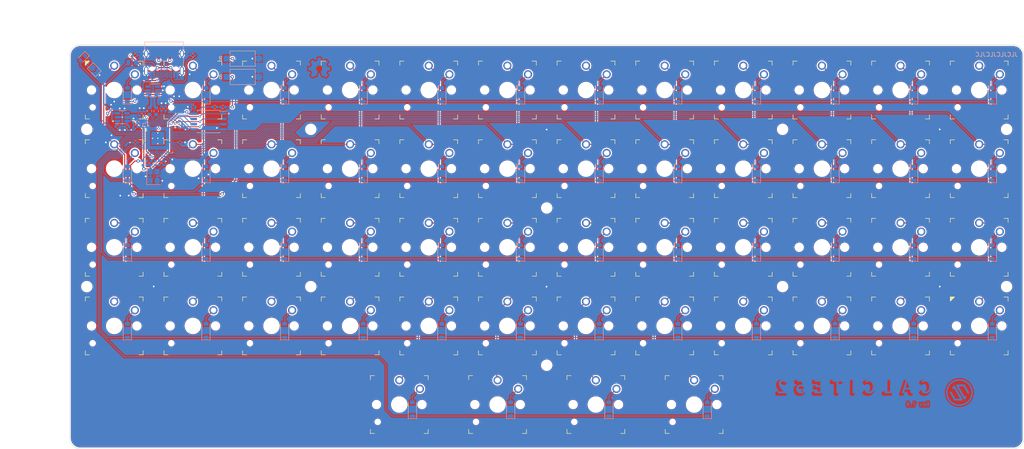
<source format=kicad_pcb>
(kicad_pcb (version 20221018) (generator pcbnew)
  (title_block (title "Calcite52 Keyboard") (rev "1.0") (comment 1 "Open source hardware, CERN-OHL-P v2"))
  (layers (0 "F.Cu" signal) (31 "B.Cu" signal) (34 "B.Paste" user) (35 "F.Paste" user) (36 "B.SilkS" user "B.Silkscreen") (37 "F.SilkS" user "F.Silkscreen") (38 "B.Mask" user) (39 "F.Mask" user) (44 "Edge.Cuts" user))
  (net 0 "")
  (net 1 "+5V")
  (net 2 "GND")
  (net 3 "+3V3")
  (net 4 "Net-(C4-Pad2)")
  (net 5 "Net-(C5-Pad2)")
  (net 6 "+1V1")
  (net 7 "ROW_0")
  (net 8 "Net-(D1-Pad2)")
  (net 9 "Net-(D2-Pad2)")
  (net 10 "Net-(D3-Pad2)")
  (net 11 "Net-(D4-Pad2)")
  (net 12 "Net-(D5-Pad2)")
  (net 13 "Net-(D6-Pad2)")
  (net 14 "Net-(D7-Pad2)")
  (net 15 "Net-(D8-Pad2)")
  (net 16 "Net-(D9-Pad2)")
  (net 17 "Net-(D10-Pad2)")
  (net 18 "Net-(D11-Pad2)")
  (net 19 "Net-(D12-Pad2)")
  (net 20 "ROW_1")
  (net 21 "Net-(D13-Pad2)")
  (net 22 "Net-(D14-Pad2)")
  (net 23 "Net-(D15-Pad2)")
  (net 24 "Net-(D16-Pad2)")
  (net 25 "Net-(D17-Pad2)")
  (net 26 "Net-(D18-Pad2)")
  (net 27 "Net-(D19-Pad2)")
  (net 28 "Net-(D20-Pad2)")
  (net 29 "Net-(D21-Pad2)")
  (net 30 "Net-(D22-Pad2)")
  (net 31 "Net-(D23-Pad2)")
  (net 32 "Net-(D24-Pad2)")
  (net 33 "ROW_2")
  (net 34 "Net-(D25-Pad2)")
  (net 35 "Net-(D26-Pad2)")
  (net 36 "Net-(D27-Pad2)")
  (net 37 "Net-(D28-Pad2)")
  (net 38 "Net-(D29-Pad2)")
  (net 39 "Net-(D30-Pad2)")
  (net 40 "Net-(D31-Pad2)")
  (net 41 "Net-(D32-Pad2)")
  (net 42 "Net-(D33-Pad2)")
  (net 43 "Net-(D34-Pad2)")
  (net 44 "Net-(D35-Pad2)")
  (net 45 "Net-(D36-Pad2)")
  (net 46 "ROW_3")
  (net 47 "Net-(D37-Pad2)")
  (net 48 "Net-(D38-Pad2)")
  (net 49 "Net-(D39-Pad2)")
  (net 50 "Net-(D40-Pad2)")
  (net 51 "Net-(D41-Pad2)")
  (net 52 "Net-(D42-Pad2)")
  (net 53 "Net-(D43-Pad2)")
  (net 54 "Net-(D44-Pad2)")
  (net 55 "Net-(D45-Pad2)")
  (net 56 "Net-(D46-Pad2)")
  (net 57 "Net-(D47-Pad2)")
  (net 58 "Net-(D48-Pad2)")
  (net 59 "ROW_4")
  (net 60 "Net-(D49-Pad2)")
  (net 61 "Net-(D50-Pad2)")
  (net 62 "Net-(D51-Pad2)")
  (net 63 "Net-(D52-Pad2)")
  (net 64 "VBUS")
  (net 65 "Net-(J1-PadA5)")
  (net 66 "/USB_D+")
  (net 67 "/USB_D-")
  (net 69 "Net-(J1-PadB5)")
  (net 71 "COL_0")
  (net 72 "COL_1")
  (net 73 "COL_2")
  (net 74 "COL_3")
  (net 75 "COL_4")
  (net 76 "COL_5")
  (net 77 "COL_6")
  (net 78 "COL_7")
  (net 79 "COL_8")
  (net 80 "COL_9")
  (net 81 "COL_10")
  (net 82 "COL_11")
  (net 83 "Net-(R4-Pad2)")
  (net 84 "Net-(R5-Pad2)")
  (net 85 "/RP2040/BOOT")
  (net 86 "/RP2040/QSPI_SS")
  (net 87 "Net-(R8-Pad2)")
  (net 88 "/RP2040/~{RESET}")
  (net 92 "/RP2040/QSPI_D1")
  (net 93 "/RP2040/QSPI_D2")
  (net 94 "/RP2040/QSPI_D0")
  (net 95 "/RP2040/QSPI_SCLK")
  (net 96 "/RP2040/QSPI_D3")
  (net 104 "Net-(LD1-Pad1)")
  (net 105 "STATE_LED")
  (net 113 "Net-(R3-Pad2)")
  (footprint "key-switches:Kailh_Choc_PG1350_THT_A" (layer "F.Cu") (at 193.04 76.962)
    (fp_text reference "KEY21" hide)
    (fp_text value "SW_Push_45deg")
  )
  (footprint "key-switches:Kailh_Choc_PG1350_THT_A" (layer "F.Cu") (at 133.50875 134.112)
    (fp_text reference "KEY50" hide)
    (fp_text value "SW_Push_45deg")
  )
  (footprint "key-switches:Kailh_Choc_PG1350_THT_A" (layer "F.Cu") (at 231.14 57.912)
    (fp_text reference "KEY11" hide)
    (fp_text value "SW_Push_45deg")
  )
  (footprint "MountingHole:MountingHole_2.2mm_M2" (layer "F.Cu") (at 34 105.537)
    (fp_text reference "H8" hide)
    (fp_text value "MountingHole" hide)
  )
  (footprint "key-switches:Kailh_Choc_PG1350_THT_A" (layer "F.Cu") (at 173.99 96.012)
    (fp_text reference "KEY32" hide)
    (fp_text value "SW_Push_45deg")
  )
  (footprint "key-switches:Kailh_Choc_PG1350_THT_A" (layer "F.Cu") (at 212.09 76.962)
    (fp_text reference "KEY22" hide)
    (fp_text value "SW_Push_45deg")
  )
  (footprint "MountingHole:MountingHole_2.2mm_M2" (layer "F.Cu") (at 34 67.437)
    (fp_text reference "H7" hide)
    (fp_text value "MountingHole" hide)
  )
  (footprint "key-switches:Kailh_Choc_PG1350_THT_A" (layer "F.Cu") (at 40.64 115.062)
    (fp_text reference "KEY37" hide)
    (fp_text value "SW_Push_45deg")
  )
  (footprint "key-switches:Kailh_Choc_PG1350_THT_A" (layer "F.Cu") (at 97.79 115.062)
    (fp_text reference "KEY40" hide)
    (fp_text value "SW_Push_45deg")
  )
  (footprint "key-switches:Kailh_Choc_PG1350_THT_A" (layer "F.Cu") (at 250.19 115.062)
    (fp_text reference "KEY48" hide)
    (fp_text value "SW_Push_45deg")
  )
  (footprint "key-switches:Kailh_Choc_PG1350_THT_A" (layer "F.Cu") (at 157.32125 134.112)
    (fp_text reference "KEY51" hide)
    (fp_text value "SW_Push_45deg")
  )
  (footprint "key-switches:Kailh_Choc_PG1350_THT_A" (layer "F.Cu") (at 109.69625 134.112)
    (fp_text reference "KEY49" hide)
    (fp_text value "SW_Push_45deg")
  )
  (footprint "key-switches:Kailh_Choc_PG1350_THT_A" (layer "F.Cu") (at 173.99 115.062)
    (fp_text reference "KEY44" hide)
    (fp_text value "SW_Push_45deg")
  )
  (footprint "key-switches:Kailh_Choc_PG1350_THT_A" (layer "F.Cu") (at 40.64 57.912)
    (fp_text reference "KEY1" hide)
    (fp_text value "SW_Push_45deg")
  )
  (footprint "MountingHole:MountingHole_2.2mm_M2" (layer "F.Cu") (at 256.83 67.437)
    (fp_text reference "H9" hide)
    (fp_text value "MountingHole" hide)
  )
  (footprint "key-switches:Kailh_Choc_PG1350_THT_A" (layer "F.Cu") (at 212.09 96.012)
    (fp_text reference "KEY34" hide)
    (fp_text value "SW_Push_45deg")
  )
  (footprint "key-switches:Kailh_Choc_PG1350_THT_A" (layer "F.Cu") (at 78.74 76.962)
    (fp_text reference "KEY15" hide)
    (fp_text value "SW_Push_45deg")
  )
  (footprint "key-switches:Kailh_Choc_PG1350_THT_A" (layer "F.Cu") (at 59.69 115.062)
    (fp_text reference "KEY38" hide)
    (fp_text value "SW_Push_45deg")
  )
  (footprint "key-switches:Kailh_Choc_PG1350_THT_A" (layer "F.Cu") (at 40.64 76.962)
    (fp_text reference "KEY13" hide)
    (fp_text value "SW_Push_45deg")
  )
  (footprint "key-switches:Kailh_Choc_PG1350_THT_A" (layer "F.Cu") (at 97.79 96.012)
    (fp_text reference "KEY28" hide)
    (fp_text value "SW_Push_45deg")
  )
  (footprint "key-switches:Kailh_Choc_PG1350_THT_A" (layer "F.Cu") (at 231.14 96.012)
    (fp_text reference "KEY35" hide)
    (fp_text value "SW_Push_45deg")
  )
  (footprint "MountingHole:MountingHole_2.2mm_M2" (layer "F.Cu") (at 145.415 124.587)
    (fp_text reference "H6" hide)
    (fp_text value "MountingHole" hide)
  )
  (footprint "key-switches:Kailh_Choc_PG1350_THT_A" (layer "F.Cu") (at 154.94 57.912)
    (fp_text reference "KEY7" hide)
    (fp_text value "SW_Push_45deg")
  )
  (footprint "key-switches:Kailh_Choc_PG1350_THT_A" (layer "F.Cu") (at 173.99 76.962)
    (fp_text reference "KEY20" hide)
    (fp_text value "SW_Push_45deg")
  )
  (footprint "key-switches:Kailh_Choc_PG1350_THT_A" (layer "F.Cu") (at 116.84 57.912)
    (fp_text reference "KEY5" hide)
    (fp_text value "SW_Push_45deg")
  )
  (footprint "key-switches:Kailh_Choc_PG1350_THT_A" (layer "F.Cu") (at 181.13375 134.112)
    (fp_text reference "KEY52" hide)
    (fp_text value "SW_Push_45deg")
  )
  (footprint "key-switches:Kailh_Choc_PG1350_THT_A" (layer "F.Cu") (at 59.69 76.962)
    (fp_text reference "KEY14" hide)
    (fp_text value "SW_Push_45deg")
  )
  (footprint "key-switches:Kailh_Choc_PG1350_THT_A" (layer "F.Cu") (at 250.19 96.012)
    (fp_text reference "KEY36" hide)
    (fp_text value "SW_Push_45deg")
  )
  (footprint "key-switches:Kailh_Choc_PG1350_THT_A" (layer "F.Cu") (at 193.04 96.012)
    (fp_text reference "KEY33" hide)
    (fp_text value "SW_Push_45deg")
  )
  (footprint "key-switches:Kailh_Choc_PG1350_THT_A" (layer "F.Cu") (at 78.74 115.062)
    (fp_text reference "KEY39" hide)
    (fp_text value "SW_Push_45deg")
  )
  (footprint "key-switches:Kailh_Choc_PG1350_THT_A" (layer "F.Cu") (at 212.09 57.912)
    (fp_text reference "KEY10" hide)
    (fp_text value "SW_Push_45deg")
  )
  (footprint "key-switches:Kailh_Choc_PG1350_THT_A" (layer "F.Cu") (at 116.84 96.012)
    (fp_text reference "KEY29" hide)
    (fp_text value "SW_Push_45deg")
  )
  (footprint "key-switches:Kailh_Choc_PG1350_THT_A" (layer "F.Cu") (at 78.74 57.912)
    (fp_text reference "KEY3" hide)
    (fp_text value "SW_Push_45deg")
  )
  (footprint "key-switches:Kailh_Choc_PG1350_THT_A" (layer "F.Cu") (at 135.89 115.062)
    (fp_text reference "KEY42" hide)
    (fp_text value "SW_Push_45deg")
  )
  (footprint "TestPoint:TestPoint_Pad_1.5x1.5mm" (layer "F.Cu") (at 54.09 49.53)
    (fp_text reference "TP3" hide)
    (fp_text value "TestPoint")
  )
  (footprint "key-switches:Kailh_Choc_PG1350_THT_A" (layer "F.Cu") (at 97.79 76.962)
    (fp_text reference "KEY16" hide)
    (fp_text value "SW_Push_45deg")
  )
  (footprint "key-switches:Kailh_Choc_PG1350_THT_A" (layer "F.Cu") (at 59.69 57.912)
    (fp_text reference "KEY2" hide)
    (fp_text value "SW_Push_45deg")
  )
  (footprint "key-switches:Kailh_Choc_PG1350_THT_A" (layer "F.Cu") (at 231.14 76.962)
    (fp_text reference "KEY23" hide)
    (fp_text value "SW_Push_45deg")
  )
  (footprint "MountingHole:MountingHole_2.2mm_M2" (layer "F.Cu") (at 202.565 105.537)
    (fp_text reference "H4" hide)
    (fp_text value "MountingHole" hide)
  )
  (footprint "MountingHole:MountingHole_2.2mm_M2" (layer "F.Cu") (at 256.83 105.537)
    (fp_text reference "H10" hide)
    (fp_text value "MountingHole" hide)
  )
  (footprint "MountingHole:MountingHole_2.2mm_M2" (layer "F.Cu") (at 88.265 67.437)
    (fp_text reference "H5" hide)
    (fp_text value "MountingHole" hide)
  )
  (footprint "key-switches:Kailh_Choc_PG1350_THT_A" (layer "F.Cu") (at 59.69 96.012)
    (fp_text reference "KEY26" hide)
    (fp_text value "SW_Push_45deg")
  )
  (footprint "TestPoint:TestPoint_Pad_1.5x1.5mm" (layer "F.Cu") (at 51.435 49.53)
    (fp_text reference "TP2" hide)
    (fp_text value "TestPoint")
  )
  (footprint "MountingHole:MountingHole_2.2mm_M2" (layer "F.Cu") (at 202.565 67.437)
    (fp_text reference "H2" hide)
    (fp_text value "MountingHole" hide)
  )
  (footprint "key-switches:Kailh_Choc_PG1350_THT_A" (layer "F.Cu") (at 135.89 96.012)
    (fp_text reference "KEY30" hide)
    (fp_text value "SW_Push_45deg")
  )
  (footprint "key-switches:Kailh_Choc_PG1350_THT_A" (layer "F.Cu") (at 250.19 57.912)
    (fp_text reference "KEY12" hide)
    (fp_text value "SW_Push_45deg")
  )
  (footprint "key-switches:Kailh_Choc_PG1350_THT_A" (layer "F.Cu") (at 154.94 115.062)
    (fp_text reference "KEY43" hide)
    (fp_text value "SW_Push_45deg")
  )
  (footprint "key-switches:Kailh_Choc_PG1350_THT_A" (layer "F.Cu") (at 40.64 96.012)
    (fp_text reference "KEY25" hide)
    (fp_text value "SW_Push_45deg")
  )
  (footprint "key-switches:Kailh_Choc_PG1350_THT_A" (layer "F.Cu") (at 97.79 57.912)
    (fp_text reference "KEY4" hide)
    (fp_text value "SW_Push_45deg")
  )
  (footprint "MountingHole:MountingHole_2.2mm_M2" (layer "F.Cu") (at 145.415 86.487)
    (fp_text reference "H1" hide)
    (fp_text value "MountingHole" hide)
  )
  (footprint "key-switches:Kailh_Choc_PG1350_THT_A" (layer "F.Cu") (at 78.74 96.012)
    (fp_text reference "KEY27" hide)
    (fp_text value "SW_Push_45deg")
  )
  (footprint "key-switches:Kailh_Choc_PG1350_THT_A" (layer "F.Cu") (at 116.84 76.962)
    (fp_text reference "KEY17" hide)
    (fp_text value "SW_Push_45deg")
  )
  (footprint "key-switches:Kailh_Choc_PG1350_THT_A" (layer "F.Cu") (at 193.04 115.062)
    (fp_text reference "KEY45" hide)
    (fp_text value "SW_Push_45deg")
  )
  (footprint "key-switches:Kailh_Choc_PG1350_THT_A" (layer "F.Cu") (at 135.89 57.912)
    (fp_text reference "KEY6" hide)
    (fp_text value "SW_Push_45deg")
  )
  (footprint "key-switches:Kailh_Choc_PG1350_THT_A" (layer "F.Cu") (at 250.19 76.962)
    (fp_text reference "KEY24" hide)
    (fp_text value "SW_Push_45deg")
  )
  (footprint "key-switches:Kailh_Choc_PG1350_THT_A" (layer "F.Cu") (at 154.94 76.962)
    (fp_text reference "KEY19" hide)
    (fp_text value "SW_Push_45deg")
  )
  (footprint "key-switches:Kailh_Choc_PG1350_THT_A" (layer "F.Cu") (at 135.89 76.962)
    (fp_text reference "KEY18" hide)
    (fp_text value "SW_Push_45deg")
  )
  (footprint "key-switches:Kailh_Choc_PG1350_THT_A" (layer "F.Cu") (at 193.04 57.912)
    (fp_text reference "KEY9" hide)
    (fp_text value "SW_Push_45deg")
  )
  (footprint "key-switches:Kailh_Choc_PG1350_THT_A" (layer "F.Cu") (at 154.94 96.012)
    (fp_text reference "KEY31" hide)
    (fp_text value "SW_Push_45deg")
  )
  (footprint "MountingHole:MountingHole_2.2mm_M2" (layer "F.Cu") (at 88.265 105.537)
    (fp_text reference "H3" hide)
    (fp_text value "MountingHole" hide)
  )
  (footprint "key-switches:Kailh_Choc_PG1350_THT_A" (layer "F.Cu") (at 212.09 115.062)
    (fp_text reference "KEY46" hide)
    (fp_text value "SW_Push_45deg")
  )
  (footprint "key-switches:Kailh_Choc_PG1350_THT_A" (layer "F.Cu") (at 231.14 115.062)
    (fp_text reference "KEY47" hide)
    (fp_text value "SW_Push_45deg")
  )
  (footprint "key-switches:Kailh_Choc_PG1350_THT_A" (layer "F.Cu") (at 173.99 57.912)
    (fp_text reference "KEY8" hide)
    (fp_text value "SW_Push_45deg")
  )
  (footprint "key-switches:Kailh_Choc_PG1350_THT_A" (layer "F.Cu") (at 116.84 115.062)
    (fp_text reference "KEY41" hide)
    (fp_text value "SW_Push_45deg")
  )
  (footprint "Capacitor_SMD:C_0402_1005Metric" (layer "B.Cu") (at 45.77 70.6 180)
    (fp_text reference "C12" hide)
    (fp_text value "100nF")
  )
  (footprint "Diode_SMD:D_SOD-123" (layer "B.Cu") (at 100.965 97.155 90)
    (fp_text reference "D28" hide)
    (fp_text value "1N4148")
  )
  (footprint "Diode_SMD:D_SOD-123" (layer "B.Cu") (at 177.165 78.105 90)
    (fp_text reference "D20" hide)
    (fp_text value "1N4148")
  )
  (footprint "Diode_SMD:D_SOD-123" (layer "B.Cu") (at 215.265 78.105 90)
    (fp_text reference "D22" hide)
    (fp_text value "1N4148")
  )
  (footprint "Resistor_SMD:R_0402_1005Metric" (layer "B.Cu") (at 47.6 75.6 90)
    (fp_text reference "R9" hide)
    (fp_text value "10k")
  )
  (footprint "Resistor_SMD:R_0603_1608Metric" (layer "B.Cu") (at 49.2 63 -90)
    (fp_text reference "R5" hide)
    (fp_text value "27")
  )
  (footprint "Package_TO_SOT_SMD:SOT-23-5" (layer "B.Cu") (at 42.6 64.5)
    (fp_text reference "U1" hide)
    (fp_text value "RT9013-33GB")
  )
  (footprint "Diode_SMD:D_SOD-123" (layer "B.Cu") (at 196.215 78.105 90)
    (fp_text reference "D21" hide)
    (fp_text value "1N4148")
  )
  (footprint "Package_SO:SOIC-8_5.23x5.23mm_P1.27mm" (layer "B.Cu") (at 63.5 65.55 180)
    (fp_text reference "U3" hide)
    (fp_text value "W25Q128JVS")
  )
  (footprint "Capacitor_SMD:C_0402_1005Metric" (layer "B.Cu") (at 45.8 65.8 180)
    (fp_text reference "C10" hide)
    (fp_text value "100nF")
  )
  (footprint "Resistor_SMD:R_0402_1005Metric" (layer "B.Cu") (at 34.1 51.3 -135)
    (fp_text reference "R3" hide)
    (fp_text value "1k")
  )
  (footprint "Capacitor_SMD:C_0402_1005Metric" (layer "B.Cu") (at 46.8 63.6 90)
    (fp_text reference "C16" hide)
    (fp_text value "1uF")
  )
  (footprint "Diode_SMD:D_SOD-123" (layer "B.Cu") (at 81.915 59.055 90)
    (fp_text reference "D3" hide)
    (fp_text value "1N4148")
  )
  (footprint "LOGO" (layer "B.Cu") (at 219.314521 134.468452 180)
    (fp_text reference "G***" hide)
    (fp_text value "LOGO" hide)
  )
  (footprint "Capacitor_SMD:C_0402_1005Metric" (layer "B.Cu") (at 56.6 67)
    (fp_text reference "C13" hide)
    (fp_text value "100nF")
  )
  (footprint "Diode_SMD:D_SOD-123" (layer "B.Cu") (at 120.015 78.105 90)
    (fp_text reference "D17" hide)
    (fp_text value "1N4148")
  )
  (footprint "Diode_SMD:D_SOD-123" (layer "B.Cu") (at 139.065 59.055 90)
    (fp_text reference "D6" hide)
    (fp_text value "1N4148")
  )
  (footprint "Diode_SMD:D_SOD-123" (layer "B.Cu") (at 196.215 97.155 90)
    (fp_text reference "D33" hide)
    (fp_text value "1N4148")
  )
  (footprint "Diode_SMD:D_SOD-123" (layer "B.Cu") (at 234.315 59.055 90)
    (fp_text reference "D11" hide)
    (fp_text value "1N4148")
  )
  (footprint "LED_SMD:LED_0603_1608Metric" (layer "B.Cu") (at 33.02 50.165 -135)
    (fp_text reference "LD1" hide)
    (fp_text value "Blue")
  )
  (footprint "Diode_SMD:D_SOD-123" (layer "B.Cu") (at 62.865 59.055 90)
    (fp_text reference "D2" hide)
    (fp_text value "1N4148")
  )
  (footprint "Diode_SMD:D_SOD-123" (layer "B.Cu") (at 253.365 59.055 90)
    (fp_text reference "D12" hide)
    (fp_text value "1N4148")
  )
  (footprint "Button_Switch_SMD:SW_SPST_CK_RS282G05A3" (layer "B.Cu") (at 71.755 50.3 180)
    (fp_text reference "SW2" hide)
    (fp_text value "RESET")
  )
  (footprint "Button_Switch_SMD:SW_SPST_CK_RS282G05A3" (layer "B.Cu") (at 71.755 54.745 180)
    (fp_text reference "SW1" hide)
    (fp_text value "BOOT")
  )
  (footprint "Diode_SMD:D_SOD-123" (layer "B.Cu") (at 43.815 116.205 90)
    (fp_text reference "D37" hide)
    (fp_text value "1N4148")
  )
  (footprint "Diode_SMD:D_SOD-123" (layer "B.Cu") (at 139.065 116.205 90)
    (fp_text reference "D42" hide)
    (fp_text value "1N4148")
  )
  (footprint "Diode_SMD:D_SOD-123" (layer "B.Cu") (at 139.065 78.105 90)
    (fp_text reference "D18" hide)
    (fp_text value "1N4148")
  )
  (footprint "Diode_SMD:D_SOD-123" (layer "B.Cu") (at 62.865 97.155 90)
    (fp_text reference "D26" hide)
    (fp_text value "1N4148")
  )
  (footprint "Connector_USB:USB_C_Receptacle_HRO_TYPE-C-31-M-12" (layer "B.Cu") (at 52.705 50.165)
    (fp_text reference "J1" hide)
    (fp_text value "USB_C_Receptacle_USB2.0")
  )
  (footprint "Diode_SMD:D_SOD-123" (layer "B.Cu") (at 184.30875 135.255 90)
    (fp_text reference "D52" hide)
    (fp_text value "1N4148")
  )
  (footprint "Diode_SMD:D_SOD-123" (layer "B.Cu") (at 43.815 97.155 90)
    (fp_text reference "D25" hide)
    (fp_text value "1N4148")
  )
  (footprint "Jumper:SolderJumper-2_P1.3mm_Open_TrianglePad1.0x1.5mm" (layer "B.Cu") (at 35.8 53 -45)
    (fp_text reference "SB1" hide)
    (fp_text value "SolderJumper_2_Open")
  )
  (footprint "Resistor_SMD:R_0603_1608Metric" (layer "B.Cu") (at 50.8 63 -90)
    (fp_text reference "R4" hide)
    (fp_text value "27")
  )
  (footprint "Diode_SMD:D_SOD-123" (layer "B.Cu") (at 177.165 116.205 90)
    (fp_text reference "D44" hide)
    (fp_text value "1N4148")
  )
  (footprint "Diode_SMD:D_SOD-123" (layer "B.Cu") (at 234.315 78.105 90)
    (fp_text reference "D23" hide)
    (fp_text value "1N4148")
  )
  (footprint "Diode_SMD:D_SOD-123" (layer "B.Cu") (at 120.015 97.155 90)
    (fp_text reference "D29" hide)
    (fp_text value "1N4148")
  )
  (footprint "Diode_SMD:D_SOD-123" (layer "B.Cu") (at 196.215 59.055 90)
    (fp_text reference "D9" hide)
    (fp_text value "1N4148")
  )
  (footprint "Capacitor_SMD:C_0402_1005Metric" (layer "B.Cu") (at 52.6 75.6 -90)
    (fp_text reference "C4" hide)
    (fp_text value "20pF")
  )
  (footprint "Capacitor_SMD:C_0402_1005Metric" (layer "B.Cu") (at 45.8 66.8 180)
    (fp_text reference "C11" hide)
    (fp_text value "100nF")
  )
  (footprint "Diode_SMD:D_SOD-123" (layer "B.Cu") (at 253.365 116.205 90)
    (fp_text reference "D48" hide)
    (fp_text value "1N4148")
  )
  (footprint "Diode_SMD:D_SOD-123" (layer "B.Cu") (at 177.165 59.055 90)
    (fp_text reference "D8" hide)
    (fp_text value "1N4148")
  )
  (footprint "Diode_SMD:D_SOD-123" (layer "B.Cu") (at 215.265 97.155 90)
    (fp_text reference "D34" hide)
    (fp_text value "1N4148")
  )
  (footprint "Resistor_SMD:R_0402_1005Metric" (layer "B.Cu") (at 59.69 49.53 180)
    (fp_text reference "R2" hide)
    (fp_text value "5.1k")
  )
  (footprint "Crystal:Crystal_SMD_3225-4Pin_3.2x2.5mm" (layer "B.Cu") (at 50.2 78.8 90)
    (fp_text reference "Y1" hide)
    (fp_text value "12MHz")
  )
  (footprint "Resistor_SMD:R_0402_1005Metric" (layer "B.Cu") (at 51.6 75.6 90)
    (fp_text reference "R8" hide)
    (fp_text value "1k")
  )
  (footprint "Diode_SMD:D_SOD-123" (layer "B.Cu") (at 100.965 78.105 90)
    (fp_text reference "D16" hide)
    (fp_text value "1N4148")
  )
  (footprint "Diode_SMD:D_SOD-123" (layer "B.Cu") (at 100.965 116.205 90)
    (fp_text reference "D40" hide)
    (fp_text value "1N4148")
  )
  (footprint "Package_TO_SOT_SMD:SOT-23-6" (layer "B.Cu") (at 50 58 180)
    (fp_text reference "U2" hide)
    (fp_text value "SRV05-4")
  )
  (footprint "Diode_SMD:D_SOD-123" (layer "B.Cu") (at 158.115 59.055 90)
    (fp_text reference "D7" hide)
    (fp_text value "1N4148")
  )
  (footprint "Capacitor_SMD:C_0402_1005Metric" (layer "B.Cu") (at 41.5 66.8)
    (fp_text reference "C1" hide)
    (fp_text value "1uF")
  )
  (footprint "Diode_SMD:D_SOD-123" (layer "B.Cu") (at 62.865 78.105 90)
    (fp_text reference "D14" hide)
    (fp_text value "1N4148")
  )
  (footprint "Diode_SMD:D_SOD-123" (layer "B.Cu") (at 81.915 97.155 90)
    (fp_text reference "D27" hide)
    (fp_text value "1N4148")
  )
  (footprint "Diode_SMD:D_SOD-123" (layer "B.Cu") (at 253.365 78.105 90)
    (fp_text reference "D24" hide)
    (fp_text value "1N4148")
  )
  (footprint "Diode_SMD:D_SOD-123" (layer "B.Cu") (at 100.965 59.055 90)
    (fp_text reference "D4" hide)
    (fp_text value "1N4148")
  )
  (footprint "Diode_SMD:D_SOD-123" (layer "B.Cu") (at 112.87125 135.255 90)
    (fp_text reference "D49" hide)
    (fp_text value "1N4148")
  )
  (footprint "Diode_SMD:D_SOD-123" (layer "B.Cu") (at 81.915 78.105 90)
    (fp_text reference "D15" hide)
    (fp_text value "1N4148")
  )
  (footprint "Capacitor_SMD:C_0402_1005Metric" (layer "B.Cu") (at 52.1 62.4 90)
    (fp_text reference "C9" hide)
    (fp_text value "100nF")
  )
  (footprint "Diode_SMD:D_SOD-123" (layer "B.Cu") (at 177.165 97.155 90)
    (fp_text reference "D32" hide)
    (fp_text value "1N4148")
  )
  (footprint "Resistor_SMD:R_0402_1005Metric" (layer "B.Cu") (at 45.72 49.53)
    (fp_text reference "R1" hide)
    (fp_text value "5.1k")
  )
  (footprint "Diode_SMD:D_SOD-123" (layer "B.Cu") (at 43.815 59.055 90)
    (fp_text reference "D1" hide)
    (fp_text value "1N4148")
  )
  (footprint "Diode_SMD:D_SOD-123" (layer "B.Cu") (at 234.315 116.205 90)
    (fp_text reference "D47" hide)
    (fp_text value "1N4148")
  )
  (footprint "Diode_SMD:D_SOD-123" (layer "B.Cu") (at 158.115 116.205 90)
    (fp_text reference "D43" hide)
    (fp_text value "1N4148")
  )
  (footprint "Capacitor_SMD:C_0402_1005Metric" (layer "B.Cu") (at 59.807144 62.0225 180)
    (fp_text reference "C3" hide)
    (fp_text value "100nF")
  )
  (footprint "Diode_SMD:D_SOD-123" (layer "B.Cu") (at 136.68375 135.255 90)
    (fp_text reference "D50" hide)
    (fp_text value "1N4148")
  )
  (footprint "Capacitor_SMD:C_0402_1005Metric" (layer "B.Cu") (at 47.8 63.6 90)
    (fp_text reference "C8" hide)
    (fp_text value "1uF")
  )
  (footprint "Diode_SMD:D_SOD-123" (layer "B.Cu") (at 253.365 97.155 90)
    (fp_text reference "D36" hide)
    (fp_text value "1N4148")
  )
  (footprint "Diode_SMD:D_SOD-123" (layer "B.Cu") (at 120.015 59.055 90)
    (fp_text reference "D5" hide)
    (fp_text value "1N4148")
  )
  (footprint "Diode_SMD:D_SOD-123" (layer "B.Cu") (at 215.265 116.205 90)
    (fp_text reference "D46" hide)
    (fp_text value "1N4148")
  )
  (footprint "Capacitor_SMD:C_0402_1005Metric" (layer "B.Cu") (at 53.1 62.4 90)
    (fp_text reference "C6" hide)
    (fp_text value "100nF")
  )
  (footprint "Diode_SMD:D_SOD-123" (layer "B.Cu") (at 62.865 116.205 90)
    (fp_text reference "D38" hide)
    (fp_text value "1N4148")
  )
  (footprint "Diode_SMD:D_SOD-123" (layer "B.Cu") (at 120.015 116.205 90)
    (fp_text reference "D41" hide)
    (fp_text value "1N4148")
  )
  (footprint "Diode_SMD:D_SOD-123" (layer "B.Cu") (at 81.915 116.205 90)
    (fp_text reference "D39" hide)
    (fp_text value "1N4148")
  )
  (footprint "Diode_SMD:D_SOD-123" (layer "B.Cu") (at 196.215 116.205 90)
    (fp_text reference "D45" hide)
    (fp_text value "1N4148")
  )
  (footprint "kibuzzard-63E64B4D" (layer "B.Cu") (at 235.3 134 180)
    (fp_text reference "kibuzzard-63E64B4D" hide)
    (fp_text value "G***" hide)
  )
  (footprint "Resistor_SMD:R_0402_1005Metric" (layer "B.Cu") (at 67.007144 62.0225 180)
    (fp_text reference "R6" hide)
    (fp_text value "1k")
  )
  (footprint "Capacitor_SMD:C_0402_1005Metric" (layer "B.Cu") (at 48.6 75.6 -90)
    (fp_text reference "C7" hide)
    (fp_text value "100nF")
  )
  (footprint "Capacitor_SMD:C_0402_1005Metric" (layer "B.Cu") (at 50.6 75.6 -90)
    (fp_text reference "C5" hide)
    (fp_text value "20pF")
  )
  (footprint "Diode_SMD:D_SOD-123" (layer "B.Cu") (at 160.49625 135.255 90)
    (fp_text reference "D51" hide)
    (fp_text value "1N4148")
  )
  (footprint "Capacitor_SMD:C_0402_1005Metric" (layer "B.Cu") (at 43.7 66.8 180)
    (fp_text reference "C2" hide)
    (fp_text value "1uF")
  )
  (footprint "Diode_SMD:D_SOD-123" (layer "B.Cu") (at 139.065 97.155 90)
    (fp_text reference "D30" hide)
    (fp_text value "1N4148")
  )
  (footprint "Diode_SMD:D_SOD-123" (layer "B.Cu") (at 234.315 97.155 90)
    (fp_text reference "D35" hide)
    (fp_text value "1N4148")
  )
  (footprint "Diode_SMD:D_SOD-123" (layer "B.Cu") (at 43.815 78.105 90)
    (fp_text reference "D13" hide)
    (fp_text value "1N4148")
  )
  (footprint "Capacitor_SMD:C_0402_1005Metric" (layer "B.Cu") (at 49.6 75.6 -90)
    (fp_text reference "C15" hide)
    (fp_text value "100nF")
  )
  (footprint "Diode_SMD:D_SOD-123" (layer "B.Cu") (at 215.265 59.055 90)
    (fp_text reference "D10" hide)
    (fp_text value "1N4148")
  )
  (footprint "Capacitor_SMD:C_0402_1005Metric" (layer "B.Cu") (at 56.6 70.6)
    (fp_text reference "C14" hide)
    (fp_text value "100nF")
  )
  (footprint "Fuse:Fuse_0805_2012Metric" (layer "B.Cu") (at 45 51.25 180)
    (fp_text reference "F1" hide)
    (fp_text value "500mA, 6V")
  )
  (footprint "Resistor_SMD:R_0402_1005Metric" (layer "B.Cu") (at 65.007144 62.0225)
    (fp_text reference "R7" hide)
    (fp_text value "10k")
  )
  (footprint "Diode_SMD:D_SOD-123" (layer "B.Cu") (at 158.115 97.155 90)
    (fp_text reference "D31" hide)
    (fp_text value "1N4148")
  )
  (footprint "LOGO" (layer "B.Cu") (at 245.4 131.2 180)
    (fp_text reference "G***" hide)
    (fp_text value "LOGO" hide)
  )
  (footprint "Diode_SMD:D_SOD-123" (layer "B.Cu") (at 158.115 78.105 90)
    (fp_text reference "D19" hide)
    (fp_text value "1N4148")
  )
  (footprint "Package_DFN_QFN:QFN-56-1EP_7x7mm_P0.4mm_EP3.2x3.2mm" (layer "B.Cu") (at 51.2 69.6 180)
    (fp_text reference "U4" hide)
    (fp_text value "RP2040")
  )
  (gr_poly (pts (xy 89.978926 50.078622) (xy 89.977415 50.078734) (xy 89.975912 50.078919) (xy 89.974418 50.079174) (xy 89.972937 50.079499) (xy 89.971469 50.07989) (xy 89.970018 50.080347) (xy 89.968586 50.080867) (xy 89.967174 50.081448) (xy 89.965786 50.082089) (xy 89.964423 50.082788) (xy 89.963088 50.083542) (xy 89.961783 50.084351) (xy 89.96051 50.085211) (xy 89.959271 50.086123) (xy 89.958069 50.087082) (xy 89.956905 50.088088) (xy 89.955783 50.089139) (xy 89.954704 50.090233) (xy 89.95367 50.091368) (xy 89.952685 50.092542) (xy 89.951749 50.093754) (xy 89.950866 50.095001) (xy 89.950037 50.096282) (xy 89.949265 50.097594) (xy 89.948551 50.098936) (xy 89.9479 50.100307) (xy 89.947311 50.101704) (xy 89.946788 50.103125) (xy 89.946333 50.104569) (xy 89.945949 50.106033) (xy 89.945636 50.107516) (xy 89.820025 50.782323) (xy 89.819708 50.783818) (xy 89.819323 50.785318) (xy 89.818357 50.788324) (xy 89.817145 50.791321) (xy 89.815704 50.794288) (xy 89.81405 50.797207) (xy 89.812201 50.800057) (xy 89.810174 50.80282) (xy 89.807985 50.805475) (xy 89.805652 50.808004) (xy 89.80319 50.810386) (xy 89.800618 50.812601) (xy 89.797952 50.814631) (xy 89.795209 50.816456) (xy 89.792406 50.818056) (xy 89.790987 50.818765) (xy 89.78956 50.819411) (xy 89.788126 50.819991) (xy 89.786688 50.820502) (xy 89.334409 51.005644) (xy 89.331599 51.006881) (xy 89.328619 51.007914) (xy 89.325496 51.008746) (xy 89.322254 51.009377) (xy 89.318922 51.009809) (xy 89.315524 51.010046) (xy 89.312087 51.010087) (xy 89.308637 51.009936) (xy 89.305201 51.009593) (xy 89.301805 51.009061) (xy 89.298474 51.008341) (xy 89.295236 51.007436) (xy 89.292116 51.006347) (xy 89.289141 51.005075) (xy 89.286336 51.003623) (xy 89.283728 51.001993) (xy 88.719968 50.615119) (xy 88.718698 50.614292) (xy 88.71739 50.613529) (xy 88.716048 50.612831) (xy 88.714674 50.612196) (xy 88.713271 50.611624) (xy 88.711842 50.611117) (xy 88.710389 50.610672) (xy 88.708916 50.61029) (xy 88.707426 50.60997) (xy 88.705921 50.609713) (xy 88.702879 50.609385) (xy 88.699813 50.609302) (xy 88.696745 50.609464) (xy 88.6937 50.609867) (xy 88.690699 50.61051) (xy 88.687766 50.611391) (xy 88.686332 50.61192) (xy 88.684924 50.612507) (xy 88.683544 50.613153) (xy 88.682195 50.613857) (xy 88.680881 50.614619) (xy 88.679604 50.615438) (xy 88.678366 50.616315) (xy 88.677172 50.617249) (xy 88.676022 50.618239) (xy 88.674922 50.619286) (xy 88.20014 51.094068) (xy 88.199093 51.095169) (xy 88.198104 51.096318) (xy 88.197171 51.097513) (xy 88.196295 51.098751) (xy 88.195478 51.10003) (xy 88.194718 51.101345) (xy 88.193372 51.104076) (xy 88.192261 51.106921) (xy 88.191385 51.109857) (xy 88.190747 51.112862) (xy 88.190347 51.115911) (xy 88.190189 51.118982) (xy 88.190274 51.122052) (xy 88.190602 51.125097) (xy 88.191177 51.128096) (xy 88.192 51.131023) (xy 88.192505 51.132454) (xy 88.193073 51.133858) (xy 88.193703 51.135232) (xy 88.194397 51.136575) (xy 88.195153 51.137883) (xy 88.195974 51.139153) (xy 88.576101 51.69319) (xy 88.577735 51.695809) (xy 88.579186 51.698618) (xy 88.580452 51.701592) (xy 88.58153 51.704705) (xy 88.58242 51.707932) (xy 88.583119 51.711247) (xy 88.583626 51.714625) (xy 88.583939 51.71804) (xy 88.584057 51.721466) (xy 88.583978 51.724879) (xy 88.5837 51.728252) (xy 88.583222 51.73156) (xy 88.582542 51.734778) (xy 88.581659 51.73788) (xy 88.580571 51.74084) (xy 88.579276 51.743633) (xy 88.37929 52.210199) (xy 88.378148 52.213064) (xy 88.376744 52.215903) (xy 88.375097 52.218699) (xy 88.373228 52.221434) (xy 88.371157 52.224093) (xy 88.368903 52.226657) (xy 88.366486 52.229111) (xy 88.363926 52.231437) (xy 88.361242 52.233619) (xy 88.358456 52.235639) (xy 88.355585 52.23748) (xy 88.352651 52.239126) (xy 88.349673 52.24056) (xy 88.346671 52.241764) (xy 88.343665 52.242723) (xy 88.340674 52.243418) (xy 87.688251 52.364743) (xy 87.686772 52.365062) (xy 87.685311 52.365453) (xy 87.68387 52.365914) (xy 87.682452 52.366442) (xy 87.681058 52.367035) (xy 87.67969 52.367691) (xy 87.67835 52.368408) (xy 87.67704 52.369183) (xy 87.674517 52.370901) (xy 87.672135 52.372826) (xy 87.66991 52.374941) (xy 87.667857 52.377229) (xy 87.66599 52.379672) (xy 87.664325 52.382252) (xy 87.662875 52.384952) (xy 87.662237 52.386341) (xy 87.661658 52.387753) (xy 87.66114 52.389187) (xy 87.660686 52.390639) (xy 87.660297 52.392108) (xy 87.659976 52.393592) (xy 87.659723 52.395088) (xy 87.659542 52.396594) (xy 87.659433 52.398108) (xy 87.659398 52.399628) (xy 87.659478 53.0711) (xy 87.659516 53.072617) (xy 87.659628 53.074128) (xy 87.659814 53.075633) (xy 87.66007 53.077128) (xy 87.660395 53.078611) (xy 87.660788 53.080081) (xy 87.661245 53.081534) (xy 87.661766 53.082969) (xy 87.662349 53.084383) (xy 87.662991 53.085774) (xy 87.663691 53.08714) (xy 87.664446 53.088478) (xy 87.665256 53.089786) (xy 87.666118 53.091062) (xy 87.66703 53.092304) (xy 87.667991 53.093509) (xy 87.668998 53.094675) (xy 87.67005 53.0958) (xy 87.671144 53.096881) (xy 87.672279 53.097917) (xy 87.673454 53.098905) (xy 87.674665 53.099842) (xy 87.675912 53.100726) (xy 87.677192 53.101556) (xy 87.678504 53.102329) (xy 87.679845 53.103042) (xy 87.681214 53.103694) (xy 87.682609 53.104281) (xy 87.684028 53.104802) (xy 87.685469 53.105255) (xy 87.68693 53.105637) (xy 87.68841 53.105946) (xy 88.324799 53.224373) (xy 88.326297 53.224681) (xy 88.327799 53.225057) (xy 88.329301 53.225501) (xy 88.330801 53.22601) (xy 88.333789 53.227214) (xy 88.336741 53.228652) (xy 88.33964 53.230308) (xy 88.342466 53.232162) (xy 88.3452 53.234198) (xy 88.347823 53.236399) (xy 88.350317 53.238747) (xy 88.352662 53.241224) (xy 88.354839 53.243813) (xy 88.356829 53.246497) (xy 88.358614 53.249258) (xy 88.360173 53.252079) (xy 88.361489 53.254942) (xy 88.36205 53.256384) (xy 88.362542 53.25783) (xy 88.561217 53.754122) (xy 88.562447 53.756945) (xy 88.563471 53.759935) (xy 88.564294 53.763065) (xy 88.564915 53.766311) (xy 88.565339 53.769645) (xy 88.565566 53.773043) (xy 88.565599 53.776478) (xy 88.565439 53.779924) (xy 88.56509 53.783356) (xy 88.564552 53.786748) (xy 88.563828 53.790073) (xy 88.56292 53.793307) (xy 88.56183 53.796422) (xy 88.56056 53.799394) (xy 88.559111 53.802196) (xy 88.557487 53.804803) (xy 88.195974 54.331576) (xy 88.195147 54.332846) (xy 88.194384 54.334154) (xy 88.193685 54.335497) (xy 88.193051 54.336873) (xy 88.192479 54.338278) (xy 88.191971 54.339709) (xy 88.191527 54.341164) (xy 88.191145 54.342639) (xy 88.190825 54.344132) (xy 88.190568 54.34564) (xy 88.19024 54.348689) (xy 88.190157 54.351763) (xy 88.190319 54.354837) (xy 88.190722 54.35789) (xy 88.191365 54.360898) (xy 88.192246 54.363838) (xy 88.192775 54.365275) (xy 88.193362 54.366686) (xy 88.194008 54.368068) (xy 88.194712 54.369419) (xy 88.195474 54.370736) (xy 88.196293 54.372015) (xy 88.19717 54.373254) (xy 88.198103 54.37445) (xy 88.199094 54.375599) (xy 88.200141 54.3767) (xy 88.675002 54.851482) (xy 88.676096 54.852521) (xy 88.677239 54.853505) (xy 88.678428 54.854433) (xy 88.679661 54.855304) (xy 88.680935 54.856118) (xy 88.682246 54.856875) (xy 88.68497 54.858216) (xy 88.687811 54.859326) (xy 88.690744 54.860202) (xy 88.693747 54.860842) (xy 88.696795 54.861245) (xy 88.699867 54.861407) (xy 88.702938 54.861328) (xy 88.705985 54.861004) (xy 88.708985 54.860434) (xy 88.711915 54.859615) (xy 88.713346 54.859112) (xy 88.71475 54.858546) (xy 88.716126 54.857917) (xy 88.717469 54.857225) (xy 88.718777 54.856469) (xy 88.720047 54.855649) (xy 89.237533 54.500486) (xy 89.240134 54.498866) (xy 89.24292 54.497446) (xy 89.245866 54.496226) (xy 89.248945 54.495207) (xy 89.252134 54.494389) (xy 89.255406 54.493771) (xy 89.258736 54.493356) (xy 89.262099 54.493143) (xy 89.26547 54.493133) (xy 89.268822 54.493326) (xy 89.272132 54.493723) (xy 89.275372 54.494324) (xy 89.278519 54.49513) (xy 89.281546 54.496141) (xy 89.284429 54.497357) (xy 89.287142 54.498779) (xy 89.515345 54.62062) (xy 89.51671 54.621268) (xy 89.518086 54.621839) (xy 89.51947 54.622332) (xy 89.520862 54.622748) (xy 89.522257 54.623088) (xy 89.523655 54.623354) (xy 89.525052 54.623545) (xy 89.526446 54.623663) (xy 89.527835 54.623709) (xy 89.529216 54.623683) (xy 89.530587 54.623587) (xy 89.531945 54.623421) (xy 89.533289 54.623187) (xy 89.534616 54.622884) (xy 89.535923 54.622514) (xy 89.537208 54.622078) (xy 89.538469 54.621577) (xy 89.539703 54.621011) (xy 89.540908 54.620382) (xy 89.542082 54.619689) (xy 89.543222 54.618936) (xy 89.544325 54.618121) (xy 89.545391 54.617245) (xy 89.546415 54.616311) (xy 89.547396 54.615318) (xy 89.548331 54.614268) (xy 89.549218 54.613161) (xy 89.550055 54.611999) (xy 89.550839 54.610781) (xy 89.551567 54.60951) (xy 89.552239 54.608185) (xy 89.55285 54.606809) (xy 90.023345 53.469841) (xy 90.023889 53.468427) (xy 90.024361 53.466991) (xy 90.024762 53.465536) (xy 90.025093 53.464065) (xy 90.025354 53.462581) (xy 90.025546 53.461087) (xy 90.025672 53.459584) (xy 90.02573 53.458076) (xy 90.025723 53.456566) (xy 90.025651 53.455055) (xy 90.025515 53.453548) (xy 90.025317 53.452046) (xy 90.025056 53.450552) (xy 90.024734 53.449069) (xy 90.024352 53.4476) (xy 90.023911 53.446148) (xy 90.023411 53.444714) (xy 90.022854 53.443302) (xy 90.02224 53.441915) (xy 90.021571 53.440554) (xy 90.020847 53.439224) (xy 90.020069 53.437926) (xy 90.019238 53.436664) (xy 90.018356 53.435439) (xy 90.017422 53.434255) (xy 90.016438 53.433115) (xy 90.015405 53.432021) (xy 90.014324 53.430975) (xy 90.013195 53.429981) (xy 90.01202 53.429042) (xy 90.010799 53.428159) (xy 90.009534 53.427336) (xy 89.952424 53.392371) (xy 89.948313 53.389753) (xy 89.943924 53.386765) (xy 89.93934 53.383472) (xy 89.934644 53.379939) (xy 89.929917 53.376231) (xy 89.925244 53.372413) (xy 89.920706 53.368551) (xy 89.916387 53.364709) (xy 89.878581 53.338831) (xy 89.842501 53.310735) (xy 89.808244 53.280517) (xy 89.77591 53.248276) (xy 89.745596 53.214109) (xy 89.717402 53.178115) (xy 89.691425 53.140391) (xy 89.667765 53.101035) (xy 89.646519 53.060146) (xy 89.627787 53.01782) (xy 89.611666 52.974156) (xy 89.598256 52.929253) (xy 89.587654 52.883207) (xy 89.57996 52.836116) (xy 89.575271 52.78808) (xy 89.573686 52.739194) (xy 89.574652 52.70098) (xy 89.57752 52.663267) (xy 89.582242 52.626103) (xy 89.588772 52.589534) (xy 89.597064 52.553606) (xy 89.60707 52.518367) (xy 89.618745 52.483863) (xy 89.632041 52.45014) (xy 89.646911 52.417246) (xy 89.66331 52.385227) (xy 89.68119 52.354129) (xy 89.700505 52.324) (xy 89.721208 52.294886) (xy 89.743252 52.266833) (xy 89.766591 52.239888) (xy 89.791178 52.214099) (xy 89.816967 52.189511) (xy 89.84391 52.166171) (xy 89.871962 52.144126) (xy 89.901075 52.123423) (xy 89.931202 52.104107) (xy 89.962298 52.086227) (xy 89.994316 52.069828) (xy 90.027208 52.054957) (xy 90.060928 52.041661) (xy 90.09543 52.029986) (xy 90.130667 52.01998) (xy 90.166591 52.011688) (xy 90.203158 52.005158) (xy 90.240319 52.000435) (xy 90.278028 51.997568) (xy 90.316239 51.996601) (xy 90.35445 51.997568) (xy 90.392159 52.000435) (xy 90.429321 52.005158) (xy 90.465888 52.011688) (xy 90.501814 52.01998) (xy 90.537051 52.029986) (xy 90.571554 52.041661) (xy 90.605276 52.054957) (xy 90.63817 52.069828) (xy 90.670189 52.086227) (xy 90.701286 52.104107) (xy 90.731416 52.123423) (xy 90.76053 52.144126) (xy 90.788584 52.166171) (xy 90.815529 52.189511) (xy 90.841319 52.214099) (xy 90.865908 52.239888) (xy 90.889249 52.266833) (xy 90.911295 52.294886) (xy 90.932 52.324) (xy 90.951317 52.354129) (xy 90.969198 52.385227) (xy 90.985598 52.417246) (xy 91.00047 52.45014) (xy 91.013768 52.483863) (xy 91.025443 52.518367) (xy 91.035451 52.553606) (xy 91.043743 52.589534) (xy 91.050274 52.626103) (xy 91.054997 52.663267) (xy 91.057865 52.70098) (xy 91.058832 52.739194) (xy 91.058433 52.763737) (xy 91.057246 52.78808) (xy 91.055283 52.81221) (xy 91.052556 52.836116) (xy 91.049077 52.859786) (xy 91.04486 52.883207) (xy 91.039915 52.906366) (xy 91.034256 52.929253) (xy 91.027894 52.951854) (xy 91.020843 52.974157) (xy 91.013114 52.996149) (xy 91.00472 53.01782) (xy 90.995673 53.039156) (xy 90.985985 53.060146) (xy 90.964737 53.101035) (xy 90.941076 53.140391) (xy 90.915098 53.178115) (xy 90.886904 53.214109) (xy 90.856591 53.248276) (xy 90.824258 53.280517) (xy 90.790005 53.310735) (xy 90.753929 53.338831) (xy 90.71613 53.364709) (xy 90.711786 53.368551) (xy 90.707233 53.372413) (xy 90.70255 53.376231) (xy 90.697819 53.379939) (xy 90.693119 53.383472) (xy 90.688531 53.386765) (xy 90.684136 53.389753) (xy 90.680014 53.392371) (xy 90.622904 53.427336) (xy 90.621631 53.428159) (xy 90.620404 53.429042) (xy 90.619223 53.429981) (xy 90.618089 53.430975) (xy 90.617004 53.432021) (xy 90.615967 53.433115) (xy 90.614043 53.435439) (xy 90.612326 53.437926) (xy 90.610822 53.440554) (xy 90.609538 53.443302) (xy 90.608482 53.446148) (xy 90.607662 53.449069) (xy 90.607083 53.452046) (xy 90.606753 53.455055) (xy 90.60668 53.458076) (xy 90.60687 53.461087) (xy 90.607066 53.462581) (xy 90.607331 53.464065) (xy 90.607665 53.465536) (xy 90.608069 53.466991) (xy 90.608545 53.468427) (xy 90.609092 53.469841) (xy 91.079627 54.606769) (xy 91.080238 54.608146) (xy 91.08091 54.609471) (xy 91.081639 54.610743) (xy 91.082424 54.611961) (xy 91.083261 54.613125) (xy 91.084149 54.614232) (xy 91.085086 54.615284) (xy 91.086068 54.616277) (xy 91.087093 54.617213) (xy 91.08816 54.618089) (xy 91.089265 54.618905) (xy 91.090406 54.619661) (xy 91.091581 54.620354) (xy 91.092787 54.620985) (xy 91.094022 54.621551) (xy 91.095284 54.622054) (xy 91.09657 54.622491) (xy 91.097878 54.622861) (xy 91.099205 54.623164) (xy 91.100549 54.623399) (xy 91.101908 54.623566) (xy 91.103279 54.623662) (xy 91.10466 54.623687) (xy 91.106048 54.623641) (xy 91.107441 54.623522) (xy 91.108837 54.623329) (xy 91.110233 54.623062) (xy 91.111627 54.62272) (xy 91.113016 54.622302) (xy 91.114398 54.621806) (xy 91.115771 54.621233) (xy 91.117132 54.62058) (xy 91.345335 54.49874) (xy 91.348041 54.497318) (xy 91.350919 54.496103) (xy 91.353943 54.495094) (xy 91.357088 54.49429) (xy 91.360328 54.493692) (xy 91.363637 54.493297) (xy 91.366991 54.493107) (xy 91.370363 54.493119) (xy 91.373728 54.493333) (xy 91.377061 54.49375) (xy 91.380335 54.494367) (xy 91.383526 54.495185) (xy 91.386608 54.496202) (xy 91.389556 54.497418) (xy 91.392343 54.498833) (xy 91.394944 54.500446) (xy 91.91239 54.85561) (xy 91.913664 54.85643) (xy 91.914975 54.857186) (xy 91.916321 54.857878) (xy 91.917699 54.858507) (xy 91.919105 54.859073) (xy 91.920538 54.859576) (xy 91.921994 54.860016) (xy 91.92347 54.860394) (xy 91.924963 54.86071) (xy 91.926471 54.860964) (xy 91.929519 54.861288) (xy 91.93259 54.861368) (xy 91.935662 54.861205) (xy 91.938711 54.860803) (xy 91.941714 54.860163) (xy 91.944648 54.859287) (xy 91.946081 54.858761) (xy 91.947489 54.858177) (xy 91.948869 54.857535) (xy 91.950216 54.856835) (xy 91.951529 54.856078) (xy 91.952805 54.855264) (xy 91.95404 54.854394) (xy 91.955232 54.853466) (xy 91.956378 54.852482) (xy 91.957475 54.851442) (xy 92.432336 54.376661) (xy 92.43338 54.37556) (xy 92.434367 54.37441) (xy 92.435297 54.373215) (xy 92.436171 54.371976) (xy 92.436988 54.370697) (xy 92.437747 54.36938) (xy 92.439093 54.366647) (xy 92.440206 54.363798) (xy 92.441084 54.360859) (xy 92.441726 54.357851) (xy 92.442129 54.354798) (xy 92.442291 54.351723) (xy 92.44221 54.34865) (xy 92.441884 54.345601) (xy 92.44131 54.3426) (xy 92.440488 54.339669) (xy 92.439982 54.338238) (xy 92.439414 54.336833) (xy 92.438782 54.335458) (xy 92.438086 54.334114) (xy 92.437327 54.332806) (xy 92.436503 54.331536) (xy 92.07503 53.804764) (xy 92.073392 53.802157) (xy 92.071933 53.799355) (xy 92.070654 53.796383) (xy 92.069557 53.793267) (xy 92.068644 53.790034) (xy 92.067917 53.786708) (xy 92.067378 53.783317) (xy 92.067028 53.779885) (xy 92.066869 53.776438) (xy 92.066903 53.773003) (xy 92.067131 53.769606) (xy 92.067557 53.766271) (xy 92.06818 53.763026) (xy 92.069004 53.759896) (xy 92.07003 53.756906) (xy 92.071259 53.754083) (xy 92.269935 53.257791) (xy 92.270424 53.256345) (xy 92.270982 53.254903) (xy 92.272296 53.252039) (xy 92.273856 53.249219) (xy 92.275643 53.246458) (xy 92.277638 53.243774) (xy 92.279821 53.241184) (xy 92.282173 53.238707) (xy 92.284674 53.23636) (xy 92.287305 53.234159) (xy 92.290046 53.232123) (xy 92.292878 53.230268) (xy 92.295781 53.228613) (xy 92.298736 53.227175) (xy 92.301723 53.22597) (xy 92.304724 53.225018) (xy 92.306223 53.224641) (xy 92.307717 53.224334) (xy 92.944106 53.105907) (xy 92.94559 53.105598) (xy 92.947054 53.105216) (xy 92.948498 53.104763) (xy 92.949919 53.104242) (xy 92.951316 53.103654) (xy 92.952686 53.103003) (xy 92.954029 53.102289) (xy 92.955341 53.101517) (xy 92.956622 53.100687) (xy 92.957869 53.099802) (xy 92.960255 53.097878) (xy 92.962483 53.095761) (xy 92.964541 53.09347) (xy 92.966411 53.091023) (xy 92.968081 53.088438) (xy 92.969534 53.085734) (xy 92.970756 53.082929) (xy 92.971276 53.081495) (xy 92.971732 53.080041) (xy 92.972124 53.078572) (xy 92.972448 53.077088) (xy 92.972704 53.075593) (xy 92.972889 53.074089) (xy 92.973001 53.072577) (xy 92.973039 53.071061) (xy 92.973078 52.399588) (xy 92.973041 52.398072) (xy 92.972929 52.396562) (xy 92.972744 52.395059) (xy 92.972489 52.393566) (xy 92.972166 52.392085) (xy 92.971775 52.390618) (xy 92.97132 52.389168) (xy 92.970801 52.387737) (xy 92.970221 52.386326) (xy 92.969581 52.384939) (xy 92.968884 52.383577) (xy 92.968131 52.382242) (xy 92.967323 52.380938) (xy 92.966464 52.379665) (xy 92.965554 52.378426) (xy 92.964595 52.377224) (xy 92.96359 52.376061) (xy 92.96254 52.374938) (xy 92.961446 52.373858) (xy 92.960312 52.372824) (xy 92.959138 52.371837) (xy 92.957926 52.3709) (xy 92.956679 52.370014) (xy 92.955397 52.369183) (xy 92.954084 52.368407) (xy 92.952741 52.367691) (xy 92.951369 52.367035) (xy 92.94997 52.366442) (xy 92.948547 52.365914) (xy 92.9471 52.365453) (xy 92.945633 52.365062) (xy 92.944146 52.364743) (xy 92.291763 52.243418) (xy 92.290264 52.243104) (xy 92.288758 52.242723) (xy 92.285741 52.241764) (xy 92.282731 52.24056) (xy 92.279746 52.239126) (xy 92.276808 52.23748) (xy 92.273936 52.235639) (xy 92.271149 52.233619) (xy 92.268466 52.231437) (xy 92.265909 52.229111) (xy 92.263496 52.226657) (xy 92.261246 52.224093) (xy 92.259181 52.221434) (xy 92.257318 52.218699) (xy 92.255679 52.215903) (xy 92.254282 52.213064) (xy 92.253681 52.211634) (xy 92.253147 52.210199) (xy 92.053122 51.743633) (xy 92.051834 51.74084) (xy 92.050752 51.73788) (xy 92.049873 51.734778) (xy 92.049197 51.73156) (xy 92.048722 51.728252) (xy 92.048446 51.724879) (xy 92.048367 51.721466) (xy 92.048484 51.71804) (xy 92.048794 51.714625) (xy 92.049297 51.711247) (xy 92.04999 51.707932) (xy 92.050873 51.704705) (xy 92.051942 51.701592) (xy 92.053197 51.698618) (xy 92.054636 51.695809) (xy 92.056257 51.69319) (xy 92.436424 51.139153) (xy 92.437251 51.137883) (xy 92.438014 51.136575) (xy 92.438712 51.135232) (xy 92.439346 51.133858) (xy 92.439916 51.132454) (xy 92.440423 51.131023) (xy 92.440867 51.12957) (xy 92.441248 51.128096) (xy 92.441566 51.126604) (xy 92.441822 51.125097) (xy 92.442148 51.122052) (xy 92.442228 51.118982) (xy 92.442064 51.115911) (xy 92.44166 51.112862) (xy 92.441015 51.109857) (xy 92.440135 51.106921) (xy 92.439606 51.105486) (xy 92.439019 51.104076) (xy 92.438374 51.102695) (xy 92.437671 51.101345) (xy 92.436911 51.10003) (xy 92.436093 51.098751) (xy 92.435219 51.097513) (xy 92.434288 51.096318) (xy 92.4333 51.095169) (xy 92.432257 51.094068) (xy 91.957435 50.619287) (xy 91.956338 50.618239) (xy 91.955192 50.617249) (xy 91.954 50.616315) (xy 91.952765 50.615438) (xy 91.951489 50.614619) (xy 91.950176 50.613857) (xy 91.947449 50.612507) (xy 91.944608 50.611391) (xy 91.941674 50.61051) (xy 91.938671 50.609867) (xy 91.935622 50.609464) (xy 91.93255 50.609302) (xy 91.929479 50.609385) (xy 91.926431 50.609713) (xy 91.92343 50.61029) (xy 91.920498 50.611117) (xy 91.919065 50.611625) (xy 91.917659 50.612196) (xy 91.916281 50.612831) (xy 91.914935 50.613529) (xy 91.913624 50.614292) (xy 91.91235 50.615119) (xy 91.348629 51.001993) (xy 91.346028 51.003623) (xy 91.34323 51.005075) (xy 91.34026 51.006347) (xy 91.337144 51.007436) (xy 91.333909 51.008341) (xy 91.330581 51.009061) (xy 91.327186 51.009593) (xy 91.32375 51.009936) (xy 91.3203 51.010087) (xy 91.316862 51.010046) (xy 91.313461 51.00981) (xy 91.310125 51.009377) (xy 91.30688 51.008746) (xy 91.303751 51.007915) (xy 91.300765 51.006881) (xy 91.297948 51.005644) (xy 90.84563 50.820502) (xy 90.842751 50.819411) (xy 90.8399 50.818056) (xy 90.837094 50.816456) (xy 90.834349 50.814631) (xy 90.831682 50.812601) (xy 90.82911 50.810386) (xy 90.82665 50.808004) (xy 90.824318 50.805475) (xy 90.822131 50.80282) (xy 90.820106 50.800057) (xy 90.818259 50.797207) (xy 90.816608 50.794288) (xy 90.815169 50.791321) (xy 90.813959 50.788324) (xy 90.812995 50.785318) (xy 90.812292 50.782323) (xy 90.686721 50.107516) (xy 90.686409 50.106033) (xy 90.686024 50.104569) (xy 90.685569 50.103125) (xy 90.685046 50.101704) (xy 90.684458 50.100307) (xy 90.683806 50.098936) (xy 90.683093 50.097594) (xy 90.682321 50.096282) (xy 90.681493 50.095001) (xy 90.68061 50.093754) (xy 90.678689 50.091368) (xy 90.676578 50.089139) (xy 90.674294 50.087082) (xy 90.671855 50.085211) (xy 90.669279 50.083542) (xy 90.666584 50.082089) (xy 90.665198 50.081448) (xy 90.663788 50.080867) (xy 90.662358 50.080347) (xy 90.66091 50.07989) (xy 90.659445 50.079499) (xy 90.657966 50.079174) (xy 90.656475 50.078919) (xy 90.654975 50.078734) (xy 90.653467 50.078622) (xy 90.651955 50.078584) (xy 89.980442 50.078584)) (fill solid) (layer "B.Cu"))
  (gr_circle (center 52.139583 57.060919) (end 52.389583 57.060919) (fill solid) (layer "B.SilkS"))
  (gr_circle (center 55.41499 66.986063) (end 55.66499 66.986063) (fill solid) (layer "B.SilkS"))
  (gr_circle (center 40.328639 65.461876) (end 40.578639 65.461876) (fill solid) (layer "B.SilkS"))
  (gr_circle (center 68.381357 63.625646) (end 68.631357 63.625646) (fill solid) (layer "B.SilkS"))
  (gr_poly (pts (xy 243.19 109.062) (xy 243.19 108.062) (xy 244.19 108.062)) (stroke (width 0.15)) (fill solid) (layer "F.SilkS"))
  (gr_poly (pts (xy 33.64 51.912) (xy 33.64 50.912) (xy 34.64 50.912)) (stroke (width 0.15)) (fill solid) (layer "F.SilkS"))
  (gr_arc (start 258.445 46.99) (mid 260.241051 47.733949) (end 260.985 49.53) (stroke (width 0.1)) (layer "Edge.Cuts"))
  (gr_arc (start 32.385 144.78) (mid 30.588949 144.036051) (end 29.845 142.24) (stroke (width 0.1)) (layer "Edge.Cuts"))
  (gr_line (start 29.845 142.24) (end 29.845 49.53) (stroke (width 0.1)) (layer "Edge.Cuts"))
  (gr_line (start 260.985 49.53) (end 260.985 142.24) (stroke (width 0.1)) (layer "Edge.Cuts"))
  (gr_line (start 32.385 46.99) (end 258.445 46.99) (stroke (width 0.1)) (layer "Edge.Cuts"))
  (gr_arc (start 29.845 49.53) (mid 30.588949 47.733949) (end 32.385 46.99) (stroke (width 0.1)) (layer "Edge.Cuts"))
  (gr_line (start 258.445 144.78) (end 32.385 144.78) (stroke (width 0.1)) (layer "Edge.Cuts"))
  (gr_arc (start 260.985 142.24) (mid 260.241051 144.036051) (end 258.445 144.78) (stroke (width 0.1)) (layer "Edge.Cuts"))
  (gr_text "JLCJLCJLCJLC" (at 254.381 49.3) (layer "B.SilkS") (effects (font (size 1 1)) (justify mirror)))
  (segment (start 40.45 63.55) (end 40.1 63.9) (width 0.3) (layer "B.Cu") (net 1))
  (segment (start 38.1 57.1) (end 43.95 51.25) (width 0.3) (layer "B.Cu") (net 1))
  (segment (start 41.4625 65.9375) (end 41.4625 65.45) (width 0.3) (layer "B.Cu") (net 1))
  (segment (start 40.1 63.9) (end 40.1 65.1) (width 0.3) (layer "B.Cu") (net 1))
  (segment (start 40.45 65.45) (end 41.4625 65.45) (width 0.3) (layer "B.Cu") (net 1))
  (segment (start 38.1 61.2) (end 38.1 57.1) (width 0.3) (layer "B.Cu") (net 1))
  (segment (start 41.02 66.8) (end 41.02 66.38) (width 0.3) (layer "B.Cu") (net 1))
  (segment (start 43.95 51.25) (end 44.0625 51.25) (width 0.3) (layer "B.Cu") (net 1))
  (segment (start 40.1 65.1) (end 40.45 65.45) (width 0.3) (layer "B.Cu") (net 1))
  (segment (start 41.4625 63.55) (end 40.45 63.55) (width 0.3) (layer "B.Cu") (net 1))
  (segment (start 41.02 66.38) (end 41.4625 65.9375) (width 0.3) (layer "B.Cu") (net 1))
  (segment (start 40.45 63.55) (end 38.1 61.2) (width 0.3) (layer "B.Cu") (net 1))
  (via (at 51.2 69.6) (size 0.56) (drill 0.3) (layers "F.Cu" "B.Cu") (net 2))
  (via (at 44.775 67.55) (size 0.56) (drill 0.3) (layers "F.Cu" "B.Cu") (net 2))
  (via (at 42.6 64.5) (size 0.56) (drill 0.3) (layers "F.Cu" "B.Cu") (net 2))
  (via (at 53.15 75.2) (size 0.56) (drill 0.3) (layers "F.Cu" "B.Cu") (net 2))
  (via (at 63.45 78.375) (size 0.8) (drill 0.4) (layers "F.Cu" "B.Cu") (net 2))
  (via (at 58.475 61.975) (size 0.8) (drill 0.4) (layers "F.Cu" "B.Cu") (net 2))
  (via (at 51.2 68.3) (size 0.56) (drill 0.3) (layers "F.Cu" "B.Cu") (net 2))
  (via (at 43.2 67.6) (size 0.8) (drill 0.4) (layers "F.Cu" "B.Cu") (net 2))
  (via (at 240.625 67.45) (size 0.8) (drill 0.4) (layers "F.Cu" "B.Cu") (net 2))
  (via (at 51.2 70.9) (size 0.56) (drill 0.3) (layers "F.Cu" "B.Cu") (net 2))
  (via (at 53.1 61.1) (size 0.8) (drill 0.4) (layers "F.Cu" "B.Cu") (net 2))
  (via (at 42 67.6) (size 0.8) (drill 0.4) (layers "F.Cu" "B.Cu") (net 2))
  (via (at 44.489651 70.618031) (size 0.56) (drill 0.3) (layers "F.Cu" "B.Cu") (net 2))
  (via (at 48.225 78.825) (size 0.8) (drill 0.4) (layers "F.Cu" "B.Cu") (net 2))
  (via (at 52.5 69.6) (size 0.56) (drill 0.3) (layers "F.Cu" "B.Cu") (net 2))
  (via (at 54.7 74.75) (size 0.8) (drill 0.4) (layers "F.Cu" "B.Cu") (net 2))
  (via (at 50.2 105.5) (size 0.8) (drill 0.4) (layers "F.Cu" "B.Cu") (net 2))
  (via (at 74.1 50.3) (size 0.8) (drill 0.4) (layers "F.Cu" "B.Cu") (net 2))
  (via (at 52.4 58) (size 0.8) (drill 0.4) (layers "F.Cu" "B.Cu") (net 2))
  (via (at 52.1 61.1) (size 0.8) (drill 0.4) (layers "F.Cu" "B.Cu") (net 2))
  (via (at 43.15 62.375) (size 0.8) (drill 0.4) (layers "F.Cu" "B.Cu") (net 2))
  (via (at 52.7 57) (size 0.8) (drill 0.4) (layers "F.Cu" "B.Cu") (net 2))
  (via (at 56.388 59.436) (size 0.8) (drill 0.4) (layers "F.Cu" "B.Cu") (net 2))
  (via (at 49.9 69.6) (size 0.56) (drill 0.3) (layers "F.Cu" "B.Cu") (net 2))
  (via (at 40.64 60.706) (size 0.8) (drill 0.4) (layers "F.Cu" "B.Cu") (net 2))
  (via (at 37.1 54.3) (size 0.8) (drill 0.4) (layers "F.Cu" "B.Cu") (net 2))
  (via (at 39.975 68.875) (size 0.8) (drill 0.4) (layers "F.Cu" "B.Cu") (net 2))
  (via (at 65.5 67.1) (size 0.8) (drill 0.4) (layers "F.Cu" "B.Cu") (net 2))
  (via (at 38.6 70.6) (size 0.8) (drill 0.4) (layers "F.Cu" "B.Cu") (net 2))
  (via (at 46.8 62.3) (size 0.8) (drill 0.4) (layers "F.Cu" "B.Cu") (net 2))
  (via (at 47.8 62.3) (size 0.8) (drill 0.4) (layers "F.Cu" "B.Cu") (net 2))
  (via (at 57.9 67.5) (size 0.56) (drill 0.3) (layers "F.Cu" "B.Cu") (net 2))
  (via (at 74.1 54.7) (size 0.8) (drill 0.4) (layers "F.Cu" "B.Cu") (net 2))
  (via (at 145.4 67.5) (size 0.8) (drill 0.4) (layers "F.Cu" "B.Cu") (net 2))
  (via (at 42.1 83.5) (size 0.8) (drill 0.4) (layers "F.Cu" "B.Cu") (net 2))
  (via (at 39.878 61.468) (size 0.8) (drill 0.4) (layers "F.Cu" "B.Cu") (net 2))
  (via (at 44.15 83.475) (size 0.8) (drill 0.4) (layers "F.Cu" "B.Cu") (net 2))
  (via (at 41.975 62.375) (size 0.8) (drill 0.4) (layers "F.Cu" "B.Cu") (net 2))
  (via (at 58.928 54.102) (size 0.8) (drill 0.4) (layers "F.Cu" "B.Cu") (net 2))
  (via (at 55.118 59.436) (size 0.8) (drill 0.4) (layers "F.Cu" "B.Cu") (net 2))
  (via (at 61.075 79.3) (size 0.8) (drill 0.4) (layers "F.Cu" "B.Cu") (net 2))
  (via (at 52.3 79.9) (size 0.8) (drill 0.4) (layers "F.Cu" "B.Cu") (net 2))
  (via (at 145.375 105.55) (size 0.8) (drill 0.4) (layers "F.Cu" "B.Cu") (net 2))
  (via (at 57.8 70.6) (size 0.8) (drill 0.4) (layers "F.Cu" "B.Cu") (net 2))
  (via (at 240.65 105.525) (size 0.8) (drill 0.4) (layers "F.Cu" "B.Cu") (net 2))
  (segment (start 52.3 79.9) (end 51.05 79.9) (width 0.2) (layer "B.Cu") (net 2))
  (segment (start 41.98 66.8) (end 42.6 66.8) (width 0.25) (layer "B.Cu") (net 2))
  (segment (start 65.5 67.1) (end 65.855 67.455) (width 0.25) (layer "B.Cu") (net 2))
  (segment (start 52.2 73.65) (end 52.2 73.0375) (width 0.15) (layer "B.Cu") (net 2))
  (segment (start 49.3 54.21) (end 48.385 53.295) (width 0.3) (layer "B.Cu") (net 2))
  (segment (start 50.56 75.12) (end 49.6 76.08) (width 0.2) (layer "B.Cu") (net 2))
  (segment (start 57.08 70.605) (end 57.08 70.6) (width 0.2) (layer "B.Cu") (net 2))
  (segment (start 43.22 67.58) (end 43.2 67.6) (width 0.25) (layer "B.Cu") (net 2))
  (segment (start 41.98 66.8) (end 41.98 67.58) (width 0.25) (layer "B.Cu") (net 2))
  (segment (start 57.9 67.5) (end 57.9 67.1) (width 0.25) (layer "B.Cu") (net 2))
  (segment (start 53.1 61.92) (end 53.1 61.4) (width 0.2) (layer "B.Cu") (net 2))
  (segment (start 50.6 75.12) (end 50.56 75.12) (width 0.2) (layer "B.Cu") (net 2))
  (segment (start 47.385 49.115) (end 48.385 49.115) (width 0.25) (layer "B.Cu") (net 2))
  (segment (start 74.1 50.3) (end 75.655 50.3) (width 0.25) (layer "B.Cu") (net 2))
  (segment (start 53.15 75.2) (end 53.07 75.12) (width 0.2) (layer "B.Cu") (net 2))
  (segment (start 42.6 66.8) (end 43.22 66.8) (width 0.25) (layer "B.Cu") (net 2))
  (segment (start 46.23 49.53) (end 46.97 49.53) (width 0.25) (layer "B.Cu") (net 2))
  (segment (start 49.35 77.7) (end 49.35 76.1) (width 0.3) (layer "B.Cu") (net 2))
  (segment (start 53.8 74.125) (end 52.675 74.125) (width 0.15) (layer "B.Cu") (net 2))
  (segment (start 59.18 49.53) (end 58.405 49.53) (width 0.25) (layer "B.Cu") (net 2))
  (segment (start 49.58 76.1) (end 49.6 76.08) (width 0.2) (layer "B.Cu") (net 2))
  (segment (start 48.225 78.825) (end 49.35 77.7) (width 0.2) (layer "B.Cu") (net 2))
  (segment (start 45.32 66.8) (end 45.32 65.8) (width 0.3) (layer "B.Cu") (net 2))
  (segment (start 58.5225 62.0225) (end 59.327144 62.0225) (width 0.2) (layer "B.Cu") (net 2))
  (segment (start 44.489651 70.618031) (end 44.507682 70.6) (width 0.3) (layer "B.Cu") (net 2))
  (segment (start 49.455 54.21) (end 49.3 54.21) (width 0.25) (layer "B.Cu") (net 2))
  (segment (start 47.8 63.12) (end 47.8 62.5) (width 0.2) (layer "B.Cu") (net 2))
  (segment (start 52.675 74.125) (end 52.2 73.65) (width 0.15) (layer "B.Cu") (net 2))
  (segment (start 58.475 61.975) (end 58.5225 62.0225) (width 0.2) (layer "B.Cu") (net 2))
  (segment (start 49.35 76.1) (end 49.58 76.1) (width 0.2) (layer "B.Cu") (net 2))
  (segment (start 46.97 49.53) (end 47.385 49.115) (width 0.25) (layer "B.Cu") (net 2))
  (segment (start 55.955 54.21) (end 56.11 54.21) (width 0.25) (layer "B.Cu") (net 2))
  (segment (start 74.145 54.745) (end 75.655 54.745) (width 0.25) (layer "B.Cu") (net 2))
  (segment (start 46.8 63.12) (end 46.8 62.5) (width 0.2) (layer "B.Cu") (net 2))
  (segment (start 56.11 54.21) (end 57.025 53.295) (width 0.3) (layer "B.Cu") (net 2))
  (segment (start 51.1375 58) (end 52.4 58) (width 0.5) (layer "B.Cu") (net 2))
  (segment (start 74.1 54.7) (end 74.145 54.745) (width 0.25) (layer "B.Cu") (net 2))
  (segment (start 65.855 67.455) (end 67.1 67.455) (width 0.25) (layer "B.Cu") (net 2))
  (segment (start 52.1 61.92) (end 52.1 61.4) (width 0.2) (layer "B.Cu") (net 2))
  (segment (start 43.22 66.8) (end 43.22 67.58) (width 0.25) (layer "B.Cu") (net 2))
  (segment (start 36.312652 53.512652) (end 37.1 54.3) (width 0.25) (layer "B.Cu") (net 2))
  (segment (start 57.99 49.115) (end 57.025 49.115) (width 0.25) (layer "B.Cu") (net 2))
  (segment (start 54.7 74.75) (end 54.425 74.75) (width 0.15) (layer "B.Cu") (net 2))
  (segment (start 57.8 67) (end 57.08 67) (width 0.25) (layer "B.Cu") (net 2))
  (segment (start 57.9 67.1) (end 57.8 67) (width 0.25) (layer "B.Cu") (net 2))
  (segment (start 41.4625 64.5) (end 42.6 64.5) (width 0.25) (layer "B.Cu") (net 2))
  (segment (start 53.07 75.12) (end 52.6 75.12) (width 0.2) (layer "B.Cu") (net 2))
  (segment (start 42.6 64.5) (end 42.6 66.8) (width 0.25) (layer "B.Cu") (net 2))
  (segment (start 54.425 74.75) (end 53.8 74.125) (width 0.15) (layer "B.Cu") (net 2))
  (segment (start 44.507682 70.6) (end 45.29 70.6) (width 0.3) (layer "B.Cu") (net 2))
  (segment (start 49.6 76.08) (end 48.6 76.08) (width 0.2) (layer "B.Cu") (net 2))
  (segment (start 58.405 49.53) (end 57.99 49.115) (width 0.25) (layer "B.Cu") (net 2))
  (segment (start 41.98 67.58) (end 42 67.6) (width 0.25) (layer "B.Cu") (net 2))
  (segment (start 53.8 72.7) (end 49.5 77) (width 0.2) (layer "F.Cu") (net 3))
  (segment (start 47.8 67.3) (end 47.8 77) (width 0.25) (layer "F.Cu") (net 3))
  (segment (start 53.8 65.8) (end 53.8 72.7) (width 0.2) (layer "F.Cu") (net 3))
  (segment (start 56.4 63.2) (end 53.8 65.8) (width 0.2) (layer "F.Cu") (net 3))
  (segment (start 45.3 64.8) (end 47.8 67.3) (width 0.25) (layer "F.Cu") (net 3))
  (segment (start 58.2 63.2) (end 56.4 63.2) (width 0.2) (layer "F.Cu") (net 3))
  (segment (start 49.5 77) (end 47.8 77) (width 0.2) (layer "F.Cu") (net 3))
  (via (at 58.2 63.2) (size 0.8) (drill 0.4) (layers "F.Cu" "B.Cu") (net 3))
  (via (at 45.3 64.8) (size 0.8) (drill 0.4) (layers "F.Cu" "B.Cu") (net 3))
  (via (at 47.8 77) (size 0.8) (drill 0.4) (layers "F.Cu" "B.Cu") (net 3))
  (segment (start 60.287144 62.662856) (end 60.287144 62.0225) (width 0.2) (layer "B.Cu") (net 3))
  (segment (start 54.6375 67) (end 56.12 67) (width 0.2) (layer "B.Cu") (net 3))
  (segment (start 47.7625 67) (end 48.5 67) (width 0.2) (layer "B.Cu") (net 3))
  (segment (start 59.9 63.645) (end 59.9 63.05) (width 0.2) (layer "B.Cu") (net 3))
  (segment (start 46.83 64.08) (end 46.8 64.08) (width 0.2) (layer "B.Cu") (net 3))
  (segment (start 46.28 65.8) (end 46.28 66.8) (width 0.2) (layer "B.Cu") (net 3))
  (segment (start 50.5 74.5) (end 50.220244 74.5) (width 0.2) (layer "B.Cu") (net 3))
  (segment (start 47.95 65.2) (end 46.83 64.08) (width 0.2) (layer "B.Cu") (net 3))
  (segment (start 51.1 64.7) (end 51.275 64.525) (width 0.2) (layer "B.Cu") (net 3))
  (segment (start 47.061 67) (end 46.861 66.8) (width 0.2) (layer "B.Cu") (net 3))
  (segment (start 54.6375 70.6) (end 53.6 70.6) (width 0.2) (layer "B.Cu") (net 3))
  (segment (start 51.282107 64.525) (end 52.1 63.707107) (width 0.2) (layer "B.Cu") (net 3))
  (segment (start 54.6375 67) (end 53.75 67) (width 0.2) (layer "B.Cu") (net 3))
  (segment (start 46.25 70.6) (end 47.7625 70.6) (width 0.2) (layer "B.Cu") (net 3))
  (segment (start 49 66.1625) (end 49 65.7) (width 0.2) (layer "B.Cu") (net 3))
  (segment (start 54.6375 70.6) (end 56.12 70.6) (width 0.2) (layer "B.Cu") (net 3))
  (segment (start 62.0275 62.0225) (end 64.497144 62.0225) (width 0.2) (layer "B.Cu") (net 3))
  (segment (start 58.645 63.645) (end 59.9 63.645) (width 0.2) (layer "B.Cu") (net 3))
  (segment (start 49 66.1625) (end 49 67) (width 0.2) (layer "B.Cu") (net 3))
  (segment (start 45.2 64.8) (end 44.55 65.45) (width 0.25) (layer "B.Cu") (net 3))
  (segment (start 48.5 65.2) (end 47.95 65.2) (width 0.2) (layer "B.Cu") (net 3))
  (segment (start 47.7625 67) (end 47.061 67) (width 0.2) (layer "B.Cu") (net 3))
  (segment (start 47.7625 70.6) (end 48.6 70.6) (width 0.2) (layer "B.Cu") (net 3))
  (segment (start 51.275 64.525) (end 51.282107 64.525) (width 0.2) (layer "B.Cu") (net 3))
  (segment (start 51 73.0375) (end 51 74) (width 0.2) (layer "B.Cu") (net 3))
  (segment (start 46.861 66.8) (end 46.28 66.8) (width 0.2) (layer "B.Cu") (net 3))
  (segment (start 50.6 67.15) (end 51 66.75) (width 0.2) (layer "B.Cu") (net 3))
  (segment (start 50.220244 74.5) (end 49.600244 75.12) (width 0.2) (layer "B.Cu") (net 3))
  (segment (start 49 67) (end 48.5 67) (width 0.2) (layer "B.Cu") (net 3))
  (segment (start 47.6 76.8) (end 47.8 77) (width 0.2) (layer "B.Cu") (net 3))
  (segment (start 51 64.8) (end 51.1 64.7) (width 0.2) (layer "B.Cu") (net 3))
  (segment (start 59.9 63.05) (end 60.287144 62.662856) (width 0.2) (layer "B.Cu") (net 3))
  (segment (start 48.6 67) (end 48.8 67.2) (width 0.2) (layer "B.Cu") (net 3))
  (segment (start 44.55 65.45) (end 43.7375 65.45) (width 0.25) (layer "B.Cu") (net 3))
  (segment (start 48.6 67) (end 48.5 67) (width 0.2) (layer "B.Cu") (net 3))
  (segment (start 45.3 64.8) (end 45.2 64.8) (width 0.25) (layer "B.Cu") (net 3))
  (segment (start 49.600244 75.12) (end 49.6 75.12) (width 0.2) (layer "B.Cu") (net 3))
  (segment (start 44.18 66.38) (end 43.7375 65.9375) (width 0.25) (layer "B.Cu") (net 3))
  (segment (start 58.2 63.2) (end 58.645 63.645) (width 0.2) (layer "B.Cu") (net 3))
  (segment (start 50.6 66.1625) (end 50.6 65.2) (width 0.2) (layer "B.Cu") (net 3))
  (segment (start 49 65.7) (end 48.5 65.2) (width 0.2) (layer "B.Cu") (net 3))
  (segment (start 48.8 67.2) (end 47.8 66.2) (width 0.3) (layer "B.Cu") (net 3))
  (segment (start 51 66.75) (end 51 66.1625) (width 0.2) (layer "B.Cu") (net 3))
  (segment (start 59.905 63.65) (end 60.4 63.65) (width 0.2) (layer "B.Cu") (net 3))
  (segment (start 47.6 76.11) (end 47.6 76.8) (width 0.2) (layer "B.Cu") (net 3))
  (segment (start 48.6 66.1625) (end 47.8375 66.1625) (width 0.2) (layer "B.Cu") (net 3))
  (segment (start 48.6 66.1625) (end 48.6 67) (width 0.2) (layer "B.Cu") (net 3))
  (segment (start 47.8375 66.1625) (end 47.8 66.2) (width 0.2) (layer "B.Cu") (net 3))
  (segment (start 51 66.1625) (end 51 64.8) (width 0.2) (layer "B.Cu") (net 3))
  (segment (start 51 74) (end 50.5 74.5) (width 0.2) (layer "B.Cu") (net 3))
  (segment (start 51 73.0375) (end 51 72) (width 0.2) (layer "B.Cu") (net 3))
  (segment (start 52.1 63.707107) (end 52.1 62.88) (width 0.2) (layer "B.Cu") (net 3))
  (segment (start 50.6 65.2) (end 51.1 64.7) (width 0.2) (layer "B.Cu") (net 3))
  (segment (start 47.7625 66.2375) (end 47.8 66.2) (width 0.2) (layer "B.Cu") (net 3))
  (segment (start 44.18 66.8) (end 44.18 66.38) (width 0.25) (layer "B.Cu") (net 3))
  (segment (start 45.3 64.8) (end 46.4 64.8) (width 0.3) (layer "B.Cu") (net 3))
  (segment (start 43.7375 65.9375) (end 43.7375 65.45) (width 0.25) (layer "B.Cu") (net 3))
  (segment (start 47.7625 67) (end 47.7625 66.2375) (width 0.2) (layer "B.Cu") (net 3))
  (segment (start 46.4 64.8) (end 47.8 66.2) (width 0.3) (layer "B.Cu") (net 3))
  (segment (start 50.6 66.1625) (end 50.6 67.15) (width 0.2) (layer "B.Cu") (net 3))
  (segment (start 59.9 63.645) (end 59.905 63.65) (width 0.2) (layer "B.Cu") (net 3))
  (segment (start 60.4 63.65) (end 62.0275 62.0225) (width 0.2) (layer "B.Cu") (net 3))
  (segment (start 53.75 75.510122) (end 53.75 74.85) (width 0.2) (layer "B.Cu") (net 4))
  (segment (start 51.8 73.85) (end 51.8 73.0375) (width 0.2) (layer "B.Cu") (net 4))
  (segment (start 52.6 76.08) (end 53.180122 76.08) (width 0.2) (layer "B.Cu") (net 4))
  (segment (start 53.75 74.85) (end 53.4 74.5) (width 0.2) (layer "B.Cu") (net 4))
  (segment (start 51.05 77.63) (end 52.6 76.08) (width 0.2) (layer "B.Cu") (net 4))
  (segment (start 53.180122 76.08) (end 53.75 75.510122) (width 0.2) (layer "B.Cu") (net 4))
  (segment (start 51.05 77.7) (end 51.05 77.63) (width 0.2) (layer "B.Cu") (net 4))
  (segment (start 52.45 74.5) (end 51.8 73.85) (width 0.2) (layer "B.Cu") (net 4))
  (segment (start 53.4 74.5) (end 52.45 74.5) (width 0.2) (layer "B.Cu") (net 4))
  (segment (start 51.6 76.11) (end 50.63 76.11) (width 0.2) (layer "B.Cu") (net 5))
  (segment (start 49.35 79.9) (end 50.2 79.05) (width 0.2) (layer "B.Cu") (net 5))
  (segment (start 50.2 76.48) (end 50.6 76.08) (width 0.2) (layer "B.Cu") (net 5))
  (segment (start 50.2 79.05) (end 50.2 76.48) (width 0.2) (layer "B.Cu") (net 5))
  (segment (start 50.63 76.11) (end 50.6 76.08) (width 0.2) (layer "B.Cu") (net 5))
  (segment (start 51.4 67.25) (end 51.35 67.3) (width 0.2) (layer "F.Cu") (net 6))
  (segment (start 49.8 67.3) (end 49.2 67.3) (width 0.2) (layer "F.Cu") (net 6))
  (segment (start 48.4 68.1) (end 49.2 67.3) (width 0.2) (layer "F.Cu") (net 6))
  (segment (start 49.2 67.3) (end 48.4 66.5) (width 0.2) (layer "F.Cu") (net 6))
  (segment (start 51.35 67.3) (end 49.8 67.3) (width 0.2) (layer "F.Cu") (net 6))
  (segment (start 48.4 66.5) (end 48.4 64.6) (width 0.2) (layer "F.Cu") (net 6))
  (segment (start 49.8 74.1) (end 48.4 72.7) (width 0.2) (layer "F.Cu") (net 6))
  (segment (start 48.4 72.7) (end 48.4 68.1) (width 0.2) (layer "F.Cu") (net 6))
  (via (at 51.4 67.25) (size 0.56) (drill 0.3) (layers "F.Cu" "B.Cu") (net 6))
  (via (at 48.4 64.6) (size 0.56) (drill 0.3) (layers "F.Cu" "B.Cu") (net 6))
  (via (at 49.8 74.1) (size 0.56) (drill 0.3) (layers "F.Cu" "B.Cu") (net 6))
  (segment (start 51.4 64.965686) (end 51.440686 64.925) (width 0.2) (layer "B.Cu") (net 6))
  (segment (start 48.4 64.6) (end 48.5 64.6) (width 0.2) (layer "B.Cu") (net 6))
  (segment (start 49.8 74.1) (end 50.3 74.1) (width 0.2) (layer "B.Cu") (net 6))
  (segment (start 50.3 74.1) (end 50.6 73.8) (width 0.2) (layer "B.Cu") (net 6))
  (segment (start 51.4 66.1625) (end 51.4 64.965686) (width 0.2) (layer "B.Cu") (net 6))
  (segment (start 48.4 64.6) (end 47.88 64.08) (width 0.2) (layer "B.Cu") (net 6))
  (segment (start 51.440686 64.925) (end 51.447793 64.925) (width 0.2) (layer "B.Cu") (net 6))
  (segment (start 53.1 63.272793) (end 53.1 62.88) (width 0.2) (layer "B.Cu") (net 6))
  (segment (start 49.61 74.1) (end 48.6 75.11) (width 0.2) (layer "B.Cu") (net 6))
  (segment (start 48.6 75.11) (end 48.6 75.12) (width 0.2) (layer "B.Cu") (net 6))
  (segment (start 47.88 64.08) (end 47.8 64.08) (width 0.2) (layer "B.Cu") (net 6))
  (segment (start 51.447793 64.925) (end 53.1 63.272793) (width 0.2) (layer "B.Cu") (net 6))
  (segment (start 49.8 74.1) (end 49.61 74.1) (width 0.2) (layer "B.Cu") (net 6))
  (segment (start 50.6 73.8) (end 50.6 73.0375) (width 0.2) (layer "B.Cu") (net 6))
  (segment (start 49.4 65.5) (end 49.4 66.1625) (width 0.2) (layer "B.Cu") (net 6))
  (segment (start 51.4 67.25) (end 51.4 66.1625) (width 0.2) (layer "B.Cu") (net 6))
  (segment (start 48.5 64.6) (end 49.4 65.5) (width 0.2) (layer "B.Cu") (net 6))
  (segment (start 45.5 60.7) (end 45.6 60.6) (width 0.2) (layer "F.Cu") (net 7))
  (segment (start 41.9 60.7) (end 45.5 60.7) (width 0.2) (layer "F.Cu") (net 7))
  (segment (start 47.2 59) (end 52.8 59) (width 0.25) (layer "F.Cu") (net 7))
  (segment (start 39.025 63.575) (end 41.9 60.7) (width 0.2) (layer "F.Cu") (net 7))
  (segment (start 45.6 60.6) (end 47.2 59) (width 0.25) (layer "F.Cu") (net 7))
  (segment (start 52.8 59) (end 54.4 60.6) (width 0.25) (layer "F.Cu") (net 7))
  (via (at 45.6 60.6) (size 0.8) (drill 0.4) (layers "F.Cu" "B.Cu") (net 7))
  (via (at 54.4 60.6) (size 0.8) (drill 0.4) (layers "F.Cu" "B.Cu") (net 7))
  (via (at 39.025 63.575) (size 0.8) (drill 0.4) (layers "F.Cu" "B.Cu") (net 7))
  (segment (start 39.025 66.025) (end 39.025 63.575) (width 0.2) (layer "B.Cu") (net 7))
  (segment (start 45.6 60.6) (end 45.495 60.705) (width 0.25) (layer "B.Cu") (net 7))
  (segment (start 45.687256 68.3) (end 41.3 68.3) (width 0.2) (layer "B.Cu") (net 7))
  (segment (start 41.3 68.3) (end 39.025 66.025) (width 0.2) (layer "B.Cu") (net 7))
  (segment (start 47.7625 67.8) (end 46.187256 67.8) (width 0.2) (layer "B.Cu") (net 7))
  (segment (start 54.505 60.705) (end 62.865 60.705) (width 0.25) (layer "B.Cu") (net 7))
  (segment (start 46.187256 67.8) (end 45.687256 68.3) (width 0.2) (layer "B.Cu") (net 7))
  (segment (start 54.4 60.6) (end 54.505 60.705) (width 0.25) (layer "B.Cu") (net 7))
  (segment (start 62.865 60.705) (end 253.365 60.705) (width 0.25) (layer "B.Cu") (net 7))
  (segment (start 45.495 60.705) (end 43.815 60.705) (width 0.25) (layer "B.Cu") (net 7))
  (segment (start 43.815 55.937) (end 45.64 54.112) (width 0.25) (layer "B.Cu") (net 8))
  (segment (start 43.815 57.405) (end 43.815 55.937) (width 0.25) (layer "B.Cu") (net 8))
  (segment (start 62.865 55.937) (end 64.69 54.112) (width 0.25) (layer "B.Cu") (net 9))
  (segment (start 62.865 57.405) (end 62.865 55.937) (width 0.25) (layer "B.Cu") (net 9))
  (segment (start 81.915 55.937) (end 83.74 54.112) (width 0.25) (layer "B.Cu") (net 10))
  (segment (start 81.915 57.405) (end 81.915 55.937) (width 0.25) (layer "B.Cu") (net 10))
  (segment (start 100.965 55.937) (end 102.79 54.112) (width 0.25) (layer "B.Cu") (net 11))
  (segment (start 100.965 57.405) (end 100.965 55.937) (width 0.25) (layer "B.Cu") (net 11))
  (segment (start 120.015 57.405) (end 120.015 55.937) (width 0.25) (layer "B.Cu") (net 12))
  (segment (start 120.015 55.937) (end 121.84 54.112) (width 0.25) (layer "B.Cu") (net 12))
  (segment (start 139.065 57.405) (end 139.065 55.937) (width 0.25) (layer "B.Cu") (net 13))
  (segment (start 139.065 55.937) (end 140.89 54.112) (width 0.25) (layer "B.Cu") (net 13))
  (segment (start 158.115 57.405) (end 158.115 55.937) (width 0.25) (layer "B.Cu") (net 14))
  (segment (start 158.115 55.937) (end 159.94 54.112) (width 0.25) (layer "B.Cu") (net 14))
  (segment (start 177.165 57.405) (end 177.165 55.937) (width 0.25) (layer "B.Cu") (net 15))
  (segment (start 177.165 55.937) (end 178.99 54.112) (width 0.25) (layer "B.Cu") (net 15))
  (segment (start 196.215 57.405) (end 196.215 55.937) (width 0.25) (layer "B.Cu") (net 16))
  (segment (start 196.215 55.937) (end 198.04 54.112) (width 0.25) (layer "B.Cu") (net 16))
  (segment (start 215.265 57.405) (end 215.265 55.937) (width 0.25) (layer "B.Cu") (net 17))
  (segment (start 215.265 55.937) (end 217.09 54.112) (width 0.25) (layer "B.Cu") (net 17))
  (segment (start 234.315 57.405) (end 234.315 55.937) (width 0.25) (layer "B.Cu") (net 18))
  (segment (start 234.315 55.937) (end 236.14 54.112) (width 0.25) (layer "B.Cu") (net 18))
  (segment (start 253.365 55.937) (end 255.19 54.112) (width 0.25) (layer "B.Cu") (net 19))
  (segment (start 253.365 57.405) (end 253.365 55.937) (width 0.25) (layer "B.Cu") (net 19))
  (segment (start 47.7625 71.8) (end 46.65 71.8) (width 0.2) (layer "B.Cu") (net 20))
  (segment (start 37.975 76.05) (end 37.975 77.85) (width 0.2) (layer "B.Cu") (net 20))
  (segment (start 37.975 77.85) (end 39.88 79.755) (width 0.2) (layer "B.Cu") (net 20))
  (segment (start 39.675 74.35) (end 37.975 76.05) (width 0.2) (layer "B.Cu") (net 20))
  (segment (start 39.88 79.755) (end 43.815 79.755) (width 0.2) (layer "B.Cu") (net 20))
  (segment (start 253.365 79.755) (end 62.865 79.755) (width 0.25) (layer "B.Cu") (net 20))
  (segment (start 41.849997 74.35) (end 39.675 74.35) (width 0.2) (layer "B.Cu") (net 20))
  (segment (start 44.525 71.675) (end 41.849997 74.35) (width 0.2) (layer "B.Cu") (net 20))
  (segment (start 62.865 79.755) (end 60.07 82.55) (width 0.25) (layer "B.Cu") (net 20))
  (segment (start 46.61 82.55) (end 43.815 79.755) (width 0.25) (layer "B.Cu") (net 20))
  (segment (start 46.525 71.675) (end 44.525 71.675) (width 0.2) (layer "B.Cu") (net 20))
  (segment (start 46.65 71.8) (end 46.525 71.675) (width 0.2) (layer "B.Cu") (net 20))
  (segment (start 60.07 82.55) (end 46.61 82.55) (width 0.25) (layer "B.Cu") (net 20))
  (segment (start 43.815 74.987) (end 45.64 73.162) (width 0.25) (layer "B.Cu") (net 21))
  (segment (start 43.815 76.455) (end 43.815 74.987) (width 0.25) (layer "B.Cu") (net 21))
  (segment (start 62.865 76.455) (end 62.865 74.987) (width 0.25) (layer "B.Cu") (net 22))
  (segment (start 62.865 74.987) (end 64.69 73.162) (width 0.25) (layer "B.Cu") (net 22))
  (segment (start 81.915 76.455) (end 81.915 74.987) (width 0.25) (layer "B.Cu") (net 23))
  (segment (start 81.915 74.987) (end 83.74 73.162) (width 0.25) (layer "B.Cu") (net 23))
  (segment (start 100.965 76.455) (end 100.965 74.987) (width 0.25) (layer "B.Cu") (net 24))
  (segment (start 100.965 74.987) (end 102.79 73.162) (width 0.25) (layer "B.Cu") (net 24))
  (segment (start 120.015 76.455) (end 120.015 74.987) (width 0.25) (layer "B.Cu") (net 25))
  (segment (start 120.015 74.987) (end 121.84 73.162) (width 0.25) (layer "B.Cu") (net 25))
  (segment (start 139.065 76.455) (end 139.065 74.987) (width 0.25) (layer "B.Cu") (net 26))
  (segment (start 139.065 74.987) (end 140.89 73.162) (width 0.25) (layer "B.Cu") (net 26))
  (segment (start 158.115 76.455) (end 158.115 74.987) (width 0.25) (layer "B.Cu") (net 27))
  (segment (start 158.115 74.987) (end 159.94 73.162) (width 0.25) (layer "B.Cu") (net 27))
  (segment (start 177.165 76.455) (end 177.165 74.987) (width 0.25) (layer "B.Cu") (net 28))
  (segment (start 177.165 74.987) (end 178.99 73.162) (width 0.25) (layer "B.Cu") (net 28))
  (segment (start 196.215 74.987) (end 198.04 73.162) (width 0.25) (layer "B.Cu") (net 29))
  (segment (start 196.215 76.455) (end 196.215 74.987) (width 0.25) (layer "B.Cu") (net 29))
  (segment (start 215.265 76.455) (end 215.265 74.987) (width 0.25) (layer "B.Cu") (net 30))
  (segment (start 215.265 74.987) (end 217.09 73.162) (width 0.25) (layer "B.Cu") (net 30))
  (segment (start 234.315 74.987) (end 236.14 73.162) (width 0.25) (layer "B.Cu") (net 31))
  (segment (start 234.315 76.455) (end 234.315 74.987) (width 0.25) (layer "B.Cu") (net 31))
  (segment (start 253.365 74.987) (end 255.19 73.162) (width 0.25) (layer "B.Cu") (net 32))
  (segment (start 253.365 76.455) (end 253.365 74.987) (width 0.25) (layer "B.Cu") (net 32))
  (segment (start 46.690685 71.275) (end 44.359314 71.275) (width 0.2) (layer "B.Cu") (net 33))
  (segment (start 39.509314 73.95) (end 37.575 75.884314) (width 0.2) (layer "B.Cu") (net 33))
  (segment (start 46.815686 71.4) (end 46.690685 71.275) (width 0.2) (layer "B.Cu") (net 33))
  (segment (start 44.359314 71.275) (end 41.684312 73.95) (width 0.2) (layer "B.Cu") (net 33))
  (segment (start 47.7625 71.4) (end 46.815686 71.4) (width 0.2) (layer "B.Cu") (net 33))
  (segment (start 37.575 75.884314) (end 37.575 97.125) (width 0.2) (layer "B.Cu") (net 33))
  (segment (start 43.815 98.805) (end 253.365 98.805) (width 0.25) (layer "B.Cu") (net 33))
  (segment (start 37.575 97.125) (end 39.255 98.805) (width 0.2) (layer "B.Cu") (net 33))
  (segment (start 41.684312 73.95) (end 39.509314 73.95) (width 0.2) (layer "B.Cu") (net 33))
  (segment (start 39.255 98.805) (end 43.815 98.805) (width 0.2) (layer "B.Cu") (net 33))
  (segment (start 43.815 95.505) (end 43.815 94.037) (width 0.25) (layer "B.Cu") (net 34))
  (segment (start 43.815 94.037) (end 45.64 92.212) (width 0.25) (layer "B.Cu") (net 34))
  (segment (start 62.865 94.037) (end 64.69 92.212) (width 0.25) (layer "B.Cu") (net 35))
  (segment (start 62.865 95.505) (end 62.865 94.037) (width 0.25) (layer "B.Cu") (net 35))
  (segment (start 81.915 94.037) (end 83.74 92.212) (width 0.25) (layer "B.Cu") (net 36))
  (segment (start 81.915 95.505) (end 81.915 94.037) (width 0.25) (layer "B.Cu") (net 36))
  (segment (start 100.965 94.037) (end 102.79 92.212) (width 0.25) (layer "B.Cu") (net 37))
  (segment (start 100.965 95.505) (end 100.965 94.037) (width 0.25) (layer "B.Cu") (net 37))
  (segment (start 120.015 95.505) (end 120.015 94.037) (width 0.25) (layer "B.Cu") (net 38))
  (segment (start 120.015 94.037) (end 121.84 92.212) (width 0.25) (layer "B.Cu") (net 38))
  (segment (start 139.065 95.505) (end 139.065 94.037) (width 0.25) (layer "B.Cu") (net 39))
  (segment (start 139.065 94.037) (end 140.89 92.212) (width 0.25) (layer "B.Cu") (net 39))
  (segment (start 158.115 95.505) (end 158.115 94.037) (width 0.25) (layer "B.Cu") (net 40))
  (segment (start 158.115 94.037) (end 159.94 92.212) (width 0.25) (layer "B.Cu") (net 40))
  (segment (start 177.165 95.505) (end 177.165 94.037) (width 0.25) (layer "B.Cu") (net 41))
  (segment (start 177.165 94.037) (end 178.99 92.212) (width 0.25) (layer "B.Cu") (net 41))
  (segment (start 196.215 95.505) (end 196.215 94.037) (width 0.25) (layer "B.Cu") (net 42))
  (segment (start 196.215 94.037) (end 198.04 92.212) (width 0.25) (layer "B.Cu") (net 42))
  (segment (start 215.265 94.037) (end 217.09 92.212) (width 0.25) (layer "B.Cu") (net 43))
  (segment (start 215.265 95.505) (end 215.265 94.037) (width 0.25) (layer "B.Cu") (net 43))
  (segment (start 234.315 94.037) (end 236.14 92.212) (width 0.25) (layer "B.Cu") (net 44))
  (segment (start 234.315 95.505) (end 234.315 94.037) (width 0.25) (layer "B.Cu") (net 44))
  (segment (start 253.365 95.505) (end 253.365 94.037) (width 0.25) (layer "B.Cu") (net 45))
  (segment (start 253.365 94.037) (end 255.19 92.212) (width 0.25) (layer "B.Cu") (net 45))
  (segment (start 39.343628 73.55) (end 37.175 75.718628) (width 0.2) (layer "B.Cu") (net 46))
  (segment (start 38.945686 117.855) (end 43.815 117.855) (width 0.2) (layer "B.Cu") (net 46))
  (segment (start 42.675 72.393628) (end 41.518627 73.55) (width 0.2) (layer "B.Cu") (net 46))
  (segment (start 253.365 117.855) (end 43.815 117.855) (width 0.25) (layer "B.Cu") (net 46))
  (segment (start 41.518627 73.55) (end 39.343628 73.55) (width 0.2) (layer "B.Cu") (net 46))
  (segment (start 47.7625 69.4) (end 46.85 69.4) (width 0.2) (layer "B.Cu") (net 46))
  (segment (start 37.175 116.084314) (end 38.945686 117.855) (width 0.2) (layer "B.Cu") (net 46))
  (segment (start 43.775 69.975) (end 42.675 71.075) (width 0.2) (layer "B.Cu") (net 46))
  (segment (start 46.275 69.975) (end 43.775 69.975) (width 0.2) (layer "B.Cu") (net 46))
  (segment (start 46.85 69.4) (end 46.275 69.975) (width 0.2) (layer "B.Cu") (net 46))
  (segment (start 37.175 75.718628) (end 37.175 116.084314) (width 0.2) (layer "B.Cu") (net 46))
  (segment (start 42.675 71.075) (end 42.675 72.393628) (width 0.2) (layer "B.Cu") (net 46))
  (segment (start 43.815 113.087) (end 45.64 111.262) (width 0.25) (layer "B.Cu") (net 47))
  (segment (start 43.815 114.555) (end 43.815 113.087) (width 0.25) (layer "B.Cu") (net 47))
  (segment (start 62.865 114.555) (end 62.865 113.087) (width 0.25) (layer "B.Cu") (net 48))
  (segment (start 62.865 113.087) (end 64.69 111.262) (width 0.25) (layer "B.Cu") (net 48))
  (segment (start 81.915 114.555) (end 81.915 113.087) (width 0.25) (layer "B.Cu") (net 49))
  (segment (start 81.915 113.087) (end 83.74 111.262) (width 0.25) (layer "B.Cu") (net 49))
  (segment (start 100.965 113.087) (end 102.79 111.262) (width 0.25) (layer "B.Cu") (net 50))
  (segment (start 100.965 114.555) (end 100.965 113.087) (width 0.25) (layer "B.Cu") (net 50))
  (segment (start 120.015 114.555) (end 120.015 113.087) (width 0.25) (layer "B.Cu") (net 51))
  (segment (start 120.015 113.087) (end 121.84 111.262) (width 0.25) (layer "B.Cu") (net 51))
  (segment (start 139.065 114.555) (end 139.065 113.087) (width 0.25) (layer "B.Cu") (net 52))
  (segment (start 139.065 113.087) (end 140.89 111.262) (width 0.25) (layer "B.Cu") (net 52))
  (segment (start 158.115 114.555) (end 158.115 113.087) (width 0.25) (layer "B.Cu") (net 53))
  (segment (start 158.115 113.087) (end 159.94 111.262) (width 0.25) (layer "B.Cu") (net 53))
  (segment (start 177.165 114.555) (end 177.165 113.087) (width 0.25) (layer "B.Cu") (net 54))
  (segment (start 177.165 113.087) (end 178.99 111.262) (width 0.25) (layer "B.Cu") (net 54))
  (segment (start 196.215 114.555) (end 196.215 113.087) (width 0.25) (layer "B.Cu") (net 55))
  (segment (start 196.215 113.087) (end 198.04 111.262) (width 0.25) (layer "B.Cu") (net 55))
  (segment (start 215.265 114.555) (end 215.265 113.087) (width 0.25) (layer "B.Cu") (net 56))
  (segment (start 215.265 113.087) (end 217.09 111.262) (width 0.25) (layer "B.Cu") (net 56))
  (segment (start 234.315 113.087) (end 236.14 111.262) (width 0.25) (layer "B.Cu") (net 57))
  (segment (start 234.315 114.555) (end 234.315 113.087) (width 0.25) (layer "B.Cu") (net 57))
  (segment (start 253.365 114.555) (end 253.365 113.087) (width 0.25) (layer "B.Cu") (net 58))
  (segment (start 253.365 113.087) (end 255.19 111.262) (width 0.25) (layer "B.Cu") (net 58))
  (segment (start 42.25 70.934315) (end 42.25 72.252942) (width 0.2) (layer "B.Cu") (net 59))
  (segment (start 106.5 124.35) (end 106.5 135.375) (width 0.2) (layer "B.Cu") (net 59))
  (segment (start 46.184314 69.5) (end 43.684315 69.5) (width 0.2) (layer "B.Cu") (net 59))
  (segment (start 46.684314 69) (end 46.184314 69.5) (width 0.2) (layer "B.Cu") (net 59))
  (segment (start 43.05 122.525) (end 104.675 122.525) (width 0.2) (layer "B.Cu") (net 59))
  (segment (start 47.7625 69) (end 46.684314 69) (width 0.2) (layer "B.Cu") (net 59))
  (segment (start 36.775 116.25) (end 43.05 122.525) (width 0.2) (layer "B.Cu") (net 59))
  (segment (start 184.30875 136.905) (end 112.87125 136.905) (width 0.25) (layer "B.Cu") (net 59))
  (segment (start 36.775 75.552942) (end 36.775 116.25) (width 0.2) (layer "B.Cu") (net 59))
  (segment (start 43.684315 69.5) (end 42.25 70.934315) (width 0.2) (layer "B.Cu") (net 59))
  (segment (start 106.5 135.375) (end 108.03 136.905) (width 0.2) (layer "B.Cu") (net 59))
  (segment (start 42.25 72.252942) (end 41.352942 73.15) (width 0.2) (layer "B.Cu") (net 59))
  (segment (start 108.03 136.905) (end 112.87125 136.905) (width 0.2) (layer "B.Cu") (net 59))
  (segment (start 41.352942 73.15) (end 39.177942 73.15) (width 0.2) (layer "B.Cu") (net 59))
  (segment (start 104.675 122.525) (end 106.5 124.35) (width 0.2) (layer "B.Cu") (net 59))
  (segment (start 39.177942 73.15) (end 36.775 75.552942) (width 0.2) (layer "B.Cu") (net 59))
  (segment (start 112.87125 133.605) (end 112.87125 132.137) (width 0.25) (layer "B.Cu") (net 60))
  (segment (start 112.87125 132.137) (end 114.69625 130.312) (width 0.25) (layer "B.Cu") (net 60))
  (segment (start 136.68375 132.137) (end 138.50875 130.312) (width 0.25) (layer "B.Cu") (net 61))
  (segment (start 136.68375 133.605) (end 136.68375 132.137) (width 0.25) (layer "B.Cu") (net 61))
  (segment (start 160.49625 133.605) (end 160.49625 132.137) (width 0.25) (layer "B.Cu") (net 62))
  (segment (start 160.49625 132.137) (end 162.32125 130.312) (width 0.25) (layer "B.Cu") (net 62))
  (segment (start 184.30875 133.605) (end 184.30875 132.137) (width 0.25) (layer "B.Cu") (net 63))
  (segment (start 184.30875 132.137) (end 186.13375 130.312) (width 0.25) (layer "B.Cu") (net 63))
  (segment (start 54.3 52.5) (end 51.1 52.5) (width 0.3) (layer "F.Cu") (net 64))
  (via (at 54.3 52.5) (size 0.8) (drill 0.4) (layers "F.Cu" "B.Cu") (net 64))
  (via (at 51.1 52.5) (size 0.8) (drill 0.4) (layers "F.Cu" "B.Cu") (net 64))
  (segment (start 54.3 52.5) (end 55.155 53.355) (width 0.3) (layer "B.Cu") (net 64))
  (segment (start 55.155 53.355) (end 55.155 54.21) (width 0.3) (layer "B.Cu") (net 64))
  (segment (start 47.9 58) (end 48.8625 58) (width 0.3) (layer "B.Cu") (net 64))
  (segment (start 50.255 53.37) (end 50.255 54.21) (width 0.3) (layer "B.Cu") (net 64))
  (segment (start 49.3 55.9) (end 48 55.9) (width 0.3) (layer "B.Cu") (net 64))
  (segment (start 51.1 52.5) (end 51.1 52.525) (width 0.3) (layer "B.Cu") (net 64))
  (segment (start 48 55.9) (end 47.6 56.3) (width 0.3) (layer "B.Cu") (net 64))
  (segment (start 49.85 51.25) (end 45.9375 51.25) (width 0.3) (layer "B.Cu") (net 64))
  (segment (start 47.6 56.3) (end 47.6 57.7) (width 0.3) (layer "B.Cu") (net 64))
  (segment (start 50.255 54.945) (end 49.3 55.9) (width 0.3) (layer "B.Cu") (net 64))
  (segment (start 51.1 52.525) (end 50.255 53.37) (width 0.3) (layer "B.Cu") (net 64))
  (segment (start 51.1 52.5) (end 49.85 51.25) (width 0.3) (layer "B.Cu") (net 64))
  (segment (start 50.255 54.21) (end 50.255 54.945) (width 0.3) (layer "B.Cu") (net 64))
  (segment (start 47.6 57.7) (end 47.9 58) (width 0.3) (layer "B.Cu") (net 64))
  (segment (start 50.856875 55.6) (end 50.966375 55.4905) (width 0.25) (layer "F.Cu") (net 65))
  (segment (start 48.2 55.6) (end 50.856875 55.6) (width 0.25) (layer "F.Cu") (net 65))
  (segment (start 44.6 49.6) (end 47.3 52.3) (width 0.25) (layer "F.Cu") (net 65))
  (segment (start 47.3 54.7) (end 48.2 55.6) (width 0.25) (layer "F.Cu") (net 65))
  (segment (start 47.3 52.3) (end 47.3 54.7) (width 0.25) (layer "F.Cu") (net 65))
  (via (at 44.6 49.6) (size 0.56) (drill 0.3) (layers "F.Cu" "B.Cu") (net 65))
  (via (at 50.966375 55.4905) (size 0.56) (drill 0.3) (layers "F.Cu" "B.Cu") (net 65))
  (segment (start 51.455 55.235) (end 51.455 54.21) (width 0.25) (layer "B.Cu") (net 65))
  (segment (start 51.1995 55.4905) (end 51.455 55.235) (width 0.25) (layer "B.Cu") (net 65))
  (segment (start 45.14 49.6) (end 45.21 49.53) (width 0.25) (layer "B.Cu") (net 65))
  (segment (start 44.6 49.6) (end 45.14 49.6) (width 0.25) (layer "B.Cu") (net 65))
  (segment (start 50.966375 55.4905) (end 51.1995 55.4905) (width 0.25) (layer "B.Cu") (net 65))
  (segment (start 54.1 50.7) (end 54.1 49.54) (width 0.2) (layer "F.Cu") (net 66))
  (segment (start 54.1 49.54) (end 54.09 49.53) (width 0.2) (layer "F.Cu") (net 66))
  (via (at 54.1 50.7) (size 0.8) (drill 0.4) (layers "F.Cu" "B.Cu") (net 66))
  (segment (start 53.455 51.345) (end 54.1 50.7) (width 0.2) (layer "B.Cu") (net 66))
  (segment (start 50.788604 58.95) (end 51.1375 58.95) (width 0.2) (layer "B.Cu") (net 66))
  (segment (start 52.455 54.21) (end 52.455 55.363978) (width 0.2) (layer "B.Cu") (net 66))
  (segment (start 52.455 55.404489) (end 51.459489 56.4) (width 0.2) (layer "B.Cu") (net 66))
  (segment (start 53.136022 55.363978) (end 52.455 55.363978) (width 0.2) (layer "B.Cu") (net 66))
  (segment (start 53.455 54.21) (end 53.455 55.045) (width 0.2) (layer "B.Cu") (net 66))
  (segment (start 50.175 58.336396) (end 50.788604 58.95) (width 0.2) (layer "B.Cu") (net 66))
  (segment (start 51.459489 56.4) (end 50.488604 56.4) (width 0.2) (layer "B.Cu") (net 66))
  (segment (start 50.365 61.74) (end 50.365 59.7225) (width 0.6) (layer "B.Cu") (net 66))
  (segment (start 50.175 56.713604) (end 50.175 58.336396) (width 0.2) (layer "B.Cu") (net 66))
  (segment (start 50.488604 56.4) (end 50.175 56.713604) (width 0.2) (layer "B.Cu") (net 66))
  (segment (start 53.455 54.21) (end 53.455 51.345) (width 0.2) (layer "B.Cu") (net 66))
  (segment (start 52.455 55.363978) (end 52.455 55.404489) (width 0.2) (layer "B.Cu") (net 66))
  (segment (start 53.455 55.045) (end 53.136022 55.363978) (width 0.2) (layer "B.Cu") (net 66))
  (segment (start 50.8 62.175) (end 50.365 61.74) (width 0.6) (layer "B.Cu") (net 66))
  (segment (start 50.365 59.7225) (end 51.1375 58.95) (width 0.6) (layer "B.Cu") (net 66))
  (segment (start 51.4 50.7) (end 51.4 49.565) (width 0.2) (layer "F.Cu") (net 67))
  (segment (start 51.4 49.565) (end 51.435 49.53) (width 0.2) (layer "F.Cu") (net 67))
  (via (at 51.4 50.7) (size 0.8) (drill 0.4) (layers "F.Cu" "B.Cu") (net 67))
  (segment (start 51.955 53.201) (end 51.955 54.21) (width 0.2) (layer "B.Cu") (net 67))
  (segment (start 49.2 62.175) (end 49.635 61.74) (width 0.6) (layer "B.Cu") (net 67))
  (segment (start 52.955 53.209) (end 52.832 53.086) (width 0.2) (layer "B.Cu") (net 67))
  (segment (start 52.07 53.086) (end 51.955 53.201) (width 0.2) (layer "B.Cu") (net 67))
  (segment (start 52.955 54.21) (end 52.955 53.209) (width 0.2) (layer "B.Cu") (net 67))
  (segment (start 52.07 51.37) (end 51.4 50.7) (width 0.2) (layer "B.Cu") (net 67))
  (segment (start 51.955 54.21) (end 51.955 55.397288) (width 0.2) (layer "B.Cu") (net 67))
  (segment (start 51.282288 56.07) (end 50.305 56.07) (width 0.2) (layer "B.Cu") (net 67))
  (segment (start 51.955 55.397288) (end 51.282288 56.07) (width 0.2) (layer "B.Cu") (net 67))
  (segment (start 49.635 59.7225) (end 48.8625 58.95) (width 0.6) (layer "B.Cu") (net 67))
  (segment (start 49.3 58.95) (end 48.8625 58.95) (width 0.2) (layer "B.Cu") (net 67))
  (segment (start 50.305 56.07) (end 49.825 56.55) (width 0.2) (layer "B.Cu") (net 67))
  (segment (start 49.635 61.74) (end 49.635 59.7225) (width 0.6) (layer "B.Cu") (net 67))
  (segment (start 52.832 53.086) (end 52.07 53.086) (width 0.2) (layer "B.Cu") (net 67))
  (segment (start 49.825 56.55) (end 49.825 58.425) (width 0.2) (layer "B.Cu") (net 67))
  (segment (start 49.825 58.425) (end 49.3 58.95) (width 0.2) (layer "B.Cu") (net 67))
  (segment (start 52.07 53.086) (end 52.07 51.37) (width 0.2) (layer "B.Cu") (net 67))
  (segment (start 58 51.2) (end 58.8 50.4) (width 0.25) (layer "B.Cu") (net 69))
  (segment (start 55 56) (end 57.4 56) (width 0.25) (layer "B.Cu") (net 69))
  (segment (start 57.4 56) (end 58 55.4) (width 0.25) (layer "B.Cu") (net 69))
  (segment (start 54.455 55.455) (end 55 56) (width 0.25) (layer "B.Cu") (net 69))
  (segment (start 58 55.4) (end 58 51.2) (width 0.25) (layer "B.Cu") (net 69))
  (segment (start 54.455 54.21) (end 54.455 55.455) (width 0.25) (layer "B.Cu") (net 69))
  (segment (start 58.8 50.4) (end 59.4 50.4) (width 0.25) (layer "B.Cu") (net 69))
  (segment (start 60.2 49.6) (end 60.2 49.53) (width 0.25) (layer "B.Cu") (net 69))
  (segment (start 59.4 50.4) (end 60.2 49.6) (width 0.25) (layer "B.Cu") (net 69))
  (segment (start 40.64 90.112) (end 43.18 90.112) (width 0.25) (layer "F.Cu") (net 71))
  (segment (start 40.64 109.162) (end 43.18 106.622) (width 0.25) (layer "F.Cu") (net 71))
  (segment (start 38.1 54.552) (end 40.64 52.012) (width 0.25) (layer "F.Cu") (net 71))
  (segment (start 38.1 68.522) (end 38.1 54.552) (width 0.25) (layer "F.Cu") (net 71))
  (segment (start 40.64 71.062) (end 38.1 68.522) (width 0.25) (layer "F.Cu") (net 71))
  (segment (start 43.18 73.602) (end 40.64 71.062) (width 0.25) (layer "F.Cu") (net 71))
  (segment (start 43.18 106.622) (end 43.18 73.602) (width 0.25) (layer "F.Cu") (net 71))
  (segment (start 43.5 69.1) (end 41.538 71.062) (width 0.2) (layer "B.Cu") (net 71))
  (segment (start 46.518628 68.6) (end 46.018628 69.1) (width 0.2) (layer "B.Cu") (net 71))
  (segment (start 47.7625 68.6) (end 46.518628 68.6) (width 0.2) (layer "B.Cu") (net 71))
  (segment (start 41.538 71.062) (end 40.64 71.062) (width 0.2) (layer "B.Cu") (net 71))
  (segment (start 46.018628 69.1) (end 43.5 69.1) (width 0.2) (layer "B.Cu") (net 71))
  (segment (start 59.69 90.112) (end 62.172 90.112) (width 0.25) (layer "F.Cu") (net 72))
  (segment (start 62.23 54.552) (end 62.23 73.914) (width 0.25) (layer "F.Cu") (net 72))
  (segment (start 59.69 71.062) (end 62.23 71.062) (width 0.25) (layer "F.Cu") (net 72))
  (segment (start 59.69 52.012) (end 62.23 54.552) (width 0.25) (layer "F.Cu") (net 72))
  (segment (start 62.172 90.112) (end 62.23 90.17) (width 0.25) (layer "F.Cu") (net 72))
  (segment (start 62.23 73.914) (end 62.23 90.17) (width 0.25) (layer "F.Cu") (net 72))
  (segment (start 62.23 106.622) (end 59.69 109.162) (width 0.25) (layer "F.Cu") (net 72))
  (segment (start 62.23 90.17) (end 62.23 106.622) (width 0.25) (layer "F.Cu") (net 72))
  (segment (start 58.652 72.1) (end 59.69 71.062) (width 0.2) (layer "B.Cu") (net 72))
  (segment (start 55.587746 71) (end 56.687746 72.1) (width 0.2) (layer "B.Cu") (net 72))
  (segment (start 54.6375 71) (end 55.587746 71) (width 0.2) (layer "B.Cu") (net 72))
  (segment (start 56.687746 72.1) (end 58.652 72.1) (width 0.2) (layer "B.Cu") (net 72))
  (segment (start 81.28 54.552) (end 78.74 52.012) (width 0.25) (layer "F.Cu") (net 73))
  (segment (start 81.28 90.17) (end 81.28 71.12) (width 0.25) (layer "F.Cu") (net 73))
  (segment (start 81.222 90.112) (end 81.28 90.17) (width 0.25) (layer "F.Cu") (net 73))
  (segment (start 81.28 106.622) (end 81.28 90.17) (width 0.25) (layer "F.Cu") (net 73))
  (segment (start 78.74 109.162) (end 81.28 106.622) (width 0.25) (layer "F.Cu") (net 73))
  (segment (start 78.74 90.112) (end 81.222 90.112) (width 0.25) (layer "F.Cu") (net 73))
  (segment (start 78.74 71.062) (end 81.222 71.062) (width 0.25) (layer "F.Cu") (net 73))
  (segment (start 81.28 71.12) (end 81.28 54.552) (width 0.25) (layer "F.Cu") (net 73))
  (segment (start 81.222 71.062) (end 81.28 71.12) (width 0.25) (layer "F.Cu") (net 73))
  (segment (start 53.4 73.6) (end 53.4 73.0375) (width 0.15) (layer "B.Cu") (net 73))
  (segment (start 77.129174 71.062) (end 78.74 71.062) (width 0.2) (layer "B.Cu") (net 73))
  (segment (start 61.062744 74.1) (end 63.462745 71.699999) (width 0.2) (layer "B.Cu") (net 73))
  (segment (start 54.1 73.75) (end 55.452942 73.75) (width 0.2) (layer "B.Cu") (net 73))
  (segment (start 53.55 73.75) (end 53.4 73.6) (width 0.15) (layer "B.Cu") (net 73))
  (segment (start 55.452942 73.75) (end 55.802945 74.1) (width 0.2) (layer "B.Cu") (net 73))
  (segment (start 55.802945 74.1) (end 61.062744 74.1) (width 0.2) (layer "B.Cu") (net 73))
  (segment (start 63.462745 71.699999) (end 76.491174 71.7) (width 0.2) (layer "B.Cu") (net 73))
  (segment (start 76.491174 71.7) (end 77.129174 71.062) (width 0.2) (layer "B.Cu") (net 73))
  (segment (start 54.1 73.75) (end 53.55 73.75) (width 0.15) (layer "B.Cu") (net 73))
  (segment (start 100.33 90.17) (end 100.33 106.622) (width 0.25) (layer "F.Cu") (net 74))
  (segment (start 100.33 71.12) (end 100.33 90.17) (width 0.25) (layer "F.Cu") (net 74))
  (segment (start 100.272 90.112) (end 100.33 90.17) (width 0.25) (layer "F.Cu") (net 74))
  (segment (start 97.79 52.012) (end 100.33 54.552) (width 0.25) (layer "F.Cu") (net 74))
  (segment (start 100.33 54.552) (end 100.33 71.12) (width 0.25) (layer "F.Cu") (net 74))
  (segment (start 97.79 90.112) (end 100.272 90.112) (width 0.25) (layer "F.Cu") (net 74))
  (segment (start 100.272 71.062) (end 100.33 71.12) (width 0.25) (layer "F.Cu") (net 74))
  (segment (start 97.79 71.062) (end 100.272 71.062) (width 0.25) (layer "F.Cu") (net 74))
  (segment (start 100.33 106.622) (end 97.79 109.162) (width 0.25) (layer "F.Cu") (net 74))
  (segment (start 55.96863 73.7) (end 60.897058 73.7) (width 0.2) (layer "B.Cu") (net 74))
  (segment (start 60.897058 73.7) (end 63.297058 71.3) (width 0.2) (layer "B.Cu") (net 74))
  (segment (start 63.297058 71.3) (end 76.325488 71.3) (width 0.2) (layer "B.Cu") (net 74))
  (segment (start 76.325488 71.3) (end 78.025488 69.6) (width 0.2) (layer "B.Cu") (net 74))
  (segment (start 83.602943 69.6) (end 85.064943 71.062) (width 0.2) (layer "B.Cu") (net 74))
  (segment (start 85.064943 71.062) (end 97.79 71.062) (width 0.2) (layer "B.Cu") (net 74))
  (segment (start 78.025488 69.6) (end 83.602943 69.6) (width 0.2) (layer "B.Cu") (net 74))
  (segment (start 53.8 73.0375) (end 55.306128 73.0375) (width 0.2) (layer "B.Cu") (net 74))
  (segment (start 55.306128 73.0375) (end 55.96863 73.7) (width 0.2) (layer "B.Cu") (net 74))
  (segment (start 109.69625 128.212) (end 114.3 123.60825) (width 0.25) (layer "F.Cu") (net 75))
  (segment (start 119.322 71.062) (end 119.38 71.12) (width 0.25) (layer "F.Cu") (net 75))
  (segment (start 116.84 90.112) (end 119.322 90.112) (width 0.25) (layer "F.Cu") (net 75))
  (segment (start 119.322 90.112) (end 119.38 90.17) (width 0.25) (layer "F.Cu") (net 75))
  (segment (start 119.38 90.17) (end 119.38 71.12) (width 0.25) (layer "F.Cu") (net 75))
  (segment (start 116.84 71.062) (end 119.322 71.062) (width 0.25) (layer "F.Cu") (net 75))
  (segment (start 114.3 123.60825) (end 114.3 111.702) (width 0.25) (layer "F.Cu") (net 75))
  (segment (start 119.38 71.12) (end 119.38 54.552) (width 0.25) (layer "F.Cu") (net 75))
  (segment (start 114.3 111.702) (end 116.84 109.162) (width 0.25) (layer "F.Cu") (net 75))
  (segment (start 119.38 54.552) (end 116.84 52.012) (width 0.25) (layer "F.Cu") (net 75))
  (segment (start 119.38 106.622) (end 119.38 90.17) (width 0.25) (layer "F.Cu") (net 75))
  (segment (start 116.84 109.162) (end 119.38 106.622) (width 0.25) (layer "F.Cu") (net 75))
  (segment (start 60.731372 73.3) (end 63.131372 70.9) (width 0.2) (layer "B.Cu") (net 75))
  (segment (start 63.131372 70.9) (end 76.159802 70.9) (width 0.2) (layer "B.Cu") (net 75))
  (segment (start 83.768628 69.2) (end 85.230628 70.662) (width 0.2) (layer "B.Cu") (net 75))
  (segment (start 54.6375 72.2) (end 55.034314 72.2) (width 0.2) (layer "B.Cu") (net 75))
  (segment (start 112.078 66.3) (end 116.84 71.062) (width 0.2) (layer "B.Cu") (net 75))
  (segment (start 56.134315 73.3) (end 60.731372 73.3) (width 0.2) (layer "B.Cu") (net 75))
  (segment (start 89.569372 70.662) (end 93.931372 66.3) (width 0.2) (layer "B.Cu") (net 75))
  (segment (start 85.230628 70.662) (end 89.569372 70.662) (width 0.2) (layer "B.Cu") (net 75))
  (segment (start 93.931372 66.3) (end 112.078 66.3) (width 0.2) (layer "B.Cu") (net 75))
  (segment (start 55.034314 72.2) (end 56.134315 73.3) (width 0.2) (layer "B.Cu") (net 75))
  (segment (start 76.159802 70.9) (end 77.859802 69.2) (width 0.2) (layer "B.Cu") (net 75))
  (segment (start 77.859802 69.2) (end 83.768628 69.2) (width 0.2) (layer "B.Cu") (net 75))
  (segment (start 138.372 71.062) (end 138.43 71.12) (width 0.25) (layer "F.Cu") (net 76))
  (segment (start 138.43 106.622) (end 135.89 109.162) (width 0.25) (layer "F.Cu") (net 76))
  (segment (start 135.89 71.062) (end 138.372 71.062) (width 0.25) (layer "F.Cu") (net 76))
  (segment (start 133.35 128.05325) (end 133.35 111.702) (width 0.25) (layer "F.Cu") (net 76))
  (segment (start 135.89 52.012) (end 138.43 54.552) (width 0.25) (layer "F.Cu") (net 76))
  (segment (start 133.35 111.702) (end 135.89 109.162) (width 0.25) (layer "F.Cu") (net 76))
  (segment (start 138.43 90.17) (end 138.43 106.622) (width 0.25) (layer "F.Cu") (net 76))
  (segment (start 133.50875 128.212) (end 133.35 128.05325) (width 0.25) (layer "F.Cu") (net 76))
  (segment (start 138.43 71.12) (end 138.43 90.17) (width 0.25) (layer "F.Cu") (net 76))
  (segment (start 135.89 90.112) (end 138.372 90.112) (width 0.25) (layer "F.Cu") (net 76))
  (segment (start 138.43 54.552) (end 138.43 71.12) (width 0.25) (layer "F.Cu") (net 76))
  (segment (start 138.372 90.112) (end 138.43 90.17) (width 0.25) (layer "F.Cu") (net 76))
  (segment (start 56.3 72.9) (end 60.565686 72.9) (width 0.2) (layer "B.Cu") (net 76))
  (segment (start 60.565686 72.9) (end 62.965686 70.5) (width 0.2) (layer "B.Cu") (net 76))
  (segment (start 62.965686 70.5) (end 75.994116 70.5) (width 0.2) (layer "B.Cu") (net 76))
  (segment (start 55.2 71.8) (end 56.3 72.9) (width 0.2) (layer "B.Cu") (net 76))
  (segment (start 75.994116 70.5) (end 77.694116 68.8) (width 0.2) (layer "B.Cu") (net 76))
  (segment (start 77.694116 68.8) (end 83.934314 68.8) (width 0.2) (layer "B.Cu") (net 76))
  (segment (start 89.403686 70.262) (end 93.765686 65.9) (width 0.2) (layer "B.Cu") (net 76))
  (segment (start 83.934314 68.8) (end 85.396314 70.262) (width 0.2) (layer "B.Cu") (net 76))
  (segment (start 85.396314 70.262) (end 89.403686 70.262) (width 0.2) (layer "B.Cu") (net 76))
  (segment (start 93.765686 65.9) (end 130.728 65.9) (width 0.2) (layer "B.Cu") (net 76))
  (segment (start 54.6375 71.8) (end 55.2 71.8) (width 0.2) (layer "B.Cu") (net 76))
  (segment (start 130.728 65.9) (end 135.89 71.062) (width 0.2) (layer "B.Cu") (net 76))
  (segment (start 154.94 90.112) (end 157.422 90.112) (width 0.25) (layer "F.Cu") (net 77))
  (segment (start 157.422 90.112) (end 157.48 90.17) (width 0.25) (layer "F.Cu") (net 77))
  (segment (start 157.48 90.17) (end 157.48 71.12) (width 0.25) (layer "F.Cu") (net 77))
  (segment (start 157.422 71.062) (end 157.48 71.12) (width 0.25) (layer "F.Cu") (net 77))
  (segment (start 154.94 71.062) (end 157.422 71.062) (width 0.25) (layer "F.Cu") (net 77))
  (segment (start 154.94 109.162) (end 157.48 106.622) (width 0.25) (layer "F.Cu") (net 77))
  (segment (start 157.48 54.552) (end 154.94 52.012) (width 0.25) (layer "F.Cu") (net 77))
  (segment (start 152.4 111.702) (end 154.94 109.162) (width 0.25) (layer "F.Cu") (net 77))
  (segment (start 157.48 106.622) (end 157.48 90.17) (width 0.25) (layer "F.Cu") (net 77))
  (segment (start 157.48 71.12) (end 157.48 54.552) (width 0.25) (layer "F.Cu") (net 77))
  (segment (start 157.32125 128.212) (end 152.4 123.29075) (width 0.25) (layer "F.Cu") (net 77))
  (segment (start 152.4 123.29075) (end 152.4 111.702) (width 0.25) (layer "F.Cu") (net 77))
  (segment (start 85.562 69.862) (end 89.238 69.862) (width 0.2) (layer "B.Cu") (net 77))
  (segment (start 54.6375 71.4) (end 55.42206 71.4) (width 0.2) (layer "B.Cu") (net 77))
  (segment (start 60.4 72.5) (end 62.8 70.1) (width 0.2) (layer "B.Cu") (net 77))
  (segment (start 56.52206 72.5) (end 60.4 72.5) (width 0.2) (layer "B.Cu") (net 77))
  (segment (start 149.378 65.5) (end 154.94 71.062) (width 0.2) (layer "B.Cu") (net 77))
  (segment (start 55.42206 71.4) (end 56.52206 72.5) (width 0.2) (layer "B.Cu") (net 77))
  (segment (start 84.1 68.4) (end 85.562 69.862) (width 0.2) (layer "B.Cu") (net 77))
  (segment (start 89.238 69.862) (end 93.6 65.5) (width 0.2) (layer "B.Cu") (net 77))
  (segment (start 75.82843 70.1) (end 77.52843 68.4) (width 0.2) (layer "B.Cu") (net 77))
  (segment (start 77.52843 68.4) (end 84.1 68.4) (width 0.2) (layer "B.Cu") (net 77))
  (segment (start 62.8 70.1) (end 75.82843 70.1) (width 0.2) (layer "B.Cu") (net 77))
  (segment (start 93.6 65.5) (end 149.378 65.5) (width 0.2) (layer "B.Cu") (net 77))
  (segment (start 176.53 106.622) (end 173.99 109.162) (width 0.25) (layer "F.Cu") (net 78))
  (segment (start 181.13375 128.212) (end 171.45 118.52825) (width 0.25) (layer "F.Cu") (net 78))
  (segment (start 171.45 111.702) (end 173.99 109.162) (width 0.25) (layer "F.Cu") (net 78))
  (segment (start 176.53 71.12) (end 176.53 90.17) (width 0.25) (layer "F.Cu") (net 78))
  (segment (start 173.99 90.112) (end 176.472 90.112) (width 0.25) (layer "F.Cu") (net 78))
  (segment (start 176.472 90.112) (end 176.53 90.17) (width 0.25) (layer "F.Cu") (net 78))
  (segment (start 171.45 118.52825) (end 171.45 111.702) (width 0.25) (layer "F.Cu") (net 78))
  (segment (start 176.472 71.062) (end 176.53 71.12) (width 0.25) (layer "F.Cu") (net 78))
  (segment (start 173.99 52.012) (end 176.53 54.552) (width 0.25) (layer "F.Cu") (net 78))
  (segment (start 173.99 71.062) (end 176.472 71.062) (width 0.25) (layer "F.Cu") (net 78))
  (segment (start 176.53 90.17) (end 176.53 106.622) (width 0.25) (layer "F.Cu") (net 78))
  (segment (start 176.53 54.552) (end 176.53 71.12) (width 0.25) (layer "F.Cu") (net 78))
  (segment (start 168.028 65.1) (end 173.99 71.062) (width 0.2) (layer "B.Cu") (net 78))
  (segment (start 84.099999 68) (end 87 65.1) (width 0.2) (layer "B.Cu") (net 78))
  (segment (start 77.362744 68) (end 84.099999 68) (width 0.2) (layer "B.Cu") (net 78))
  (segment (start 75.662744 69.7) (end 77.362744 68) (width 0.2) (layer "B.Cu") (net 78))
  (segment (start 54.6375 69.8) (end 55.962744 69.8) (width 0.2) (layer "B.Cu") (net 78))
  (segment (start 55.962744 69.8) (end 56.062744 69.7) (width 0.2) (layer "B.Cu") (net 78))
  (segment (start 56.062744 69.7) (end 75.662744 69.7) (width 0.2) (layer "B.Cu") (net 78))
  (segment (start 87 65.1) (end 168.028 65.1) (width 0.2) (layer "B.Cu") (net 78))
  (segment (start 193.04 90.112) (end 195.522 90.112) (width 0.25) (layer "F.Cu") (net 79))
  (segment (start 195.58 71.12) (end 195.58 54.552) (width 0.25) (layer "F.Cu") (net 79))
  (segment (start 195.58 54.552) (end 193.04 52.012) (width 0.25) (layer "F.Cu") (net 79))
  (segment (start 195.58 106.622) (end 195.58 90.17) (width 0.25) (layer "F.Cu") (net 79))
  (segment (start 195.522 71.062) (end 195.58 71.12) (width 0.25) (layer "F.Cu") (net 79))
  (segment (start 193.04 71.062) (end 195.522 71.062) (width 0.25) (layer "F.Cu") (net 79))
  (segment (start 195.58 90.17) (end 195.58 71.12) (width 0.25) (layer "F.Cu") (net 79))
  (segment (start 195.522 90.112) (end 195.58 90.17) (width 0.25) (layer "F.Cu") (net 79))
  (segment (start 193.04 109.162) (end 195.58 106.622) (width 0.25) (layer "F.Cu") (net 79))
  (segment (start 54.6375 69.4) (end 55.797058 69.4) (width 0.2) (layer "B.Cu") (net 79))
  (segment (start 186.678 64.7) (end 193.04 71.062) (width 0.2) (layer "B.Cu") (net 79))
  (segment (start 55.797058 69.4) (end 55.897058 69.3) (width 0.2) (layer "B.Cu") (net 79))
  (segment (start 77.197058 67.6) (end 83.934313 67.6) (width 0.2) (layer "B.Cu") (net 79))
  (segment (start 75.497058 69.3) (end 77.197058 67.6) (width 0.2) (layer "B.Cu") (net 79))
  (segment (start 83.934313 67.6) (end 86.834315 64.7) (width 0.2) (layer "B.Cu") (net 79))
  (segment (start 86.834315 64.7) (end 186.678 64.7) (width 0.2) (layer "B.Cu") (net 79))
  (segment (start 55.897058 69.3) (end 75.497058 69.3) (width 0.2) (layer "B.Cu") (net 79))
  (segment (start 214.572 90.112) (end 214.63 90.17) (width 0.25) (layer "F.Cu") (net 80))
  (segment (start 214.63 54.552) (end 212.09 52.012) (width 0.25) (layer "F.Cu") (net 80))
  (segment (start 212.09 90.112) (end 214.572 90.112) (width 0.25) (layer "F.Cu") (net 80))
  (segment (start 212.09 71.062) (end 214.572 71.062) (width 0.25) (layer "F.Cu") (net 80))
  (segment (start 214.572 71.062) (end 214.63 71.12) (width 0.25) (layer "F.Cu") (net 80))
  (segment (start 214.63 90.17) (end 214.63 71.12) (width 0.25) (layer "F.Cu") (net 80))
  (segment (start 212.09 109.162) (end 214.63 106.622) (width 0.25) (layer "F.Cu") (net 80))
  (segment (start 214.63 71.12) (end 214.63 54.552) (width 0.25) (layer "F.Cu") (net 80))
  (segment (start 214.63 106.622) (end 214.63 90.17) (width 0.25) (layer "F.Cu") (net 80))
  (segment (start 77.031372 67.2) (end 83.768628 67.2) (width 0.2) (layer "B.Cu") (net 80))
  (segment (start 54.6375 69) (end 55.631372 69) (width 0.2) (layer "B.Cu") (net 80))
  (segment (start 75.331372 68.9) (end 77.031372 67.2) (width 0.2) (layer "B.Cu") (net 80))
  (segment (start 83.768628 67.2) (end 86.66863 64.3) (width 0.2) (layer "B.Cu") (net 80))
  (segment (start 205.328 64.3) (end 212.09 71.062) (width 0.2) (layer "B.Cu") (net 80))
  (segment (start 55.631372 69) (end 55.731372 68.9) (width 0.2) (layer "B.Cu") (net 80))
  (segment (start 55.731372 68.9) (end 75.331372 68.9) (width 0.2) (layer "B.Cu") (net 80))
  (segment (start 86.66863 64.3) (end 205.328 64.3) (width 0.2) (layer "B.Cu") (net 80))
  (segment (start 233.68 54.552) (end 231.14 52.012) (width 0.25) (layer "F.Cu") (net 81))
  (segment (start 231.14 109.162) (end 233.68 106.622) (width 0.25) (layer "F.Cu") (net 81))
  (segment (start 231.14 90.112) (end 233.622 90.112) (width 0.25) (layer "F.Cu") (net 81))
  (segment (start 233.68 90.17) (end 233.68 71.12) (width 0.25) (layer "F.Cu") (net 81))
  (segment (start 233.68 106.622) (end 233.68 90.17) (width 0.25) (layer "F.Cu") (net 81))
  (segment (start 233.622 90.112) (end 233.68 90.17) (width 0.25) (layer "F.Cu") (net 81))
  (segment (start 231.14 71.062) (end 233.622 71.062) (width 0.25) (layer "F.Cu") (net 81))
  (segment (start 233.68 71.12) (end 233.68 54.552) (width 0.25) (layer "F.Cu") (net 81))
  (segment (start 233.622 71.062) (end 233.68 71.12) (width 0.25) (layer "F.Cu") (net 81))
  (segment (start 54.6375 68.6) (end 55.465686 68.6) (width 0.2) (layer "B.Cu") (net 81))
  (segment (start 55.465686 68.6) (end 55.565686 68.5) (width 0.2) (layer "B.Cu") (net 81))
  (segment (start 75.165686 68.5) (end 76.865686 66.8) (width 0.2) (layer "B.Cu") (net 81))
  (segment (start 86.552942 63.85) (end 223.928 63.85) (width 0.2) (layer "B.Cu") (net 81))
  (segment (start 55.565686 68.5) (end 75.165686 68.5) (width 0.2) (layer "B.Cu") (net 81))
  (segment (start 76.865686 66.8) (end 83.602942 66.8) (width 0.2) (layer "B.Cu") (net 81))
  (segment (start 223.928 63.85) (end 231.14 71.062) (width 0.2) (layer "B.Cu") (net 81))
  (segment (start 83.602942 66.8) (end 86.552942 63.85) (width 0.2) (layer "B.Cu") (net 81))
  (segment (start 250.19 71.062) (end 252.672 71.062) (width 0.25) (layer "F.Cu") (net 82))
  (segment (start 252.73 71.12) (end 252.73 90.17) (width 0.25) (layer "F.Cu") (net 82))
  (segment (start 250.19 52.012) (end 252.73 54.552) (width 0.25) (layer "F.Cu") (net 82))
  (segment (start 252.73 54.552) (end 252.73 71.12) (width 0.25) (layer "F.Cu") (net 82))
  (segment (start 252.73 90.17) (end 252.73 106.622) (width 0.25) (layer "F.Cu") (net 82))
  (segment (start 252.73 106.622) (end 250.19 109.162) (width 0.25) (layer "F.Cu") (net 82))
  (segment (start 252.672 71.062) (end 252.73 71.12) (width 0.25) (layer "F.Cu") (net 82))
  (segment (start 252.672 90.112) (end 252.73 90.17) (width 0.25) (layer "F.Cu") (net 82))
  (segment (start 250.19 90.112) (end 252.672 90.112) (width 0.25) (layer "F.Cu") (net 82))
  (segment (start 55.3 68.2) (end 55.4 68.1) (width 0.2) (layer "B.Cu") (net 82))
  (segment (start 54.6375 68.2) (end 55.3 68.2) (width 0.2) (layer "B.Cu") (net 82))
  (segment (start 55.4 68.1) (end 75 68.1) (width 0.2) (layer "B.Cu") (net 82))
  (segment (start 86.387257 63.45) (end 242.578 63.45) (width 0.2) (layer "B.Cu") (net 82))
  (segment (start 242.578 63.45) (end 250.19 71.062) (width 0.2) (layer "B.Cu") (net 82))
  (segment (start 75 68.1) (end 76.7 66.4) (width 0.2) (layer "B.Cu") (net 82))
  (segment (start 76.7 66.4) (end 83.437257 66.4) (width 0.2) (layer "B.Cu") (net 82))
  (segment (start 83.437257 66.4) (end 86.387257 63.45) (width 0.2) (layer "B.Cu") (net 82))
  (segment (start 50.2 66.1625) (end 50.2 64.425) (width 0.2) (layer "B.Cu") (net 83))
  (segment (start 50.2 64.425) (end 50.8 63.825) (width 0.2) (layer "B.Cu") (net 83))
  (segment (start 49.8 66.1625) (end 49.8 64.425) (width 0.2) (layer "B.Cu") (net 84))
  (segment (start 49.8 64.425) (end 49.2 63.825) (width 0.2) (layer "B.Cu") (net 84))
  (segment (start 69.25 62) (end 69.25 54.7) (width 0.25) (layer "F.Cu") (net 85))
  (via (at 69.25 62) (size 0.8) (drill 0.4) (layers "F.Cu" "B.Cu") (net 85))
  (via (at 69.25 54.7) (size 0.8) (drill 0.4) (layers "F.Cu" "B.Cu") (net 85))
  (segment (start 69.25 54.7) (end 69.205 54.745) (width 0.25) (layer "B.Cu") (net 85))
  (segment (start 69.2275 62.0225) (end 67.517144 62.0225) (width 0.2) (layer "B.Cu") (net 85))
  (segment (start 69.25 62) (end 69.2275 62.0225) (width 0.2) (layer "B.Cu") (net 85))
  (segment (start 69.205 54.745) (end 67.855 54.745) (width 0.25) (layer "B.Cu") (net 85))
  (segment (start 56.3 64.3) (end 54.5 66.1) (width 0.2) (layer "F.Cu") (net 86))
  (segment (start 56.3 64.3) (end 61.4 64.3) (width 0.2) (layer "F.Cu") (net 86))
  (via (at 61.4 64.3) (size 0.56) (drill 0.3) (layers "F.Cu" "B.Cu") (net 86))
  (via (at 54.5 66.1) (size 0.56) (drill 0.3) (layers "F.Cu" "B.Cu") (net 86))
  (segment (start 61.4 64.3) (end 62.055 63.645) (width 0.2) (layer "B.Cu") (net 86))
  (segment (start 54.4375 66.1625) (end 53.8 66.1625) (width 0.2) (layer "B.Cu") (net 86))
  (segment (start 54.5 66.1) (end 54.4375 66.1625) (width 0.2) (layer "B.Cu") (net 86))
  (segment (start 66.497144 62.0225) (end 65.517144 62.0225) (width 0.2) (layer "B.Cu") (net 86))
  (segment (start 66.497144 62.522144) (end 66.497144 62.0225) (width 0.2) (layer "B.Cu") (net 86))
  (segment (start 67.1 63.125) (end 66.497144 62.522144) (width 0.2) (layer "B.Cu") (net 86))
  (segment (start 67.1 63.645) (end 67.1 63.125) (width 0.2) (layer "B.Cu") (net 86))
  (segment (start 62.055 63.645) (end 67.1 63.645) (width 0.2) (layer "B.Cu") (net 86))
  (segment (start 51.4 73.0375) (end 51.4 74.89) (width 0.2) (layer "B.Cu") (net 87))
  (segment (start 51.4 74.89) (end 51.6 75.09) (width 0.2) (layer "B.Cu") (net 87))
  (segment (start 70.075 79.775) (end 66.775 83.075) (width 0.25) (layer "F.Cu") (net 88))
  (segment (start 70.075 51.075) (end 70.075 79.775) (width 0.25) (layer "F.Cu") (net 88))
  (segment (start 45.65 75.1) (end 46.425 75.1) (width 0.25) (layer "F.Cu") (net 88))
  (segment (start 44.6 82.225) (end 44.6 76.15) (width 0.25) (layer "F.Cu") (net 88))
  (segment (start 45.45 83.075) (end 44.6 82.225) (width 0.25) (layer "F.Cu") (net 88))
  (segment (start 44.6 76.15) (end 45.65 75.1) (width 0.25) (layer "F.Cu") (net 88))
  (segment (start 69.3 50.3) (end 70.075 51.075) (width 0.25) (layer "F.Cu") (net 88))
  (via (at 66.775 83.075) (size 0.8) (drill 0.4) (layers "F.Cu" "B.Cu") (net 88))
  (via (at 45.45 83.075) (size 0.8) (drill 0.4) (layers "F.Cu" "B.Cu") (net 88))
  (via (at 46.425 75.1) (size 0.8) (drill 0.4) (layers "F.Cu" "B.Cu") (net 88))
  (via (at 69.3 50.3) (size 0.8) (drill 0.4) (layers "F.Cu" "B.Cu") (net 88))
  (segment (start 69.3 50.3) (end 67.855 50.3) (width 0.25) (layer "B.Cu") (net 88))
  (segment (start 48.869975 74.1) (end 48.1 74.1) (width 0.2) (layer "B.Cu") (net 88))
  (segment (start 48.1 74.1) (end 47.6 74.6) (width 0.2) (layer "B.Cu") (net 88))
  (segment (start 47.6 74.6) (end 47.6 75.09) (width 0.2) (layer "B.Cu") (net 88))
  (segment (start 49.4 73.569975) (end 48.869975 74.1) (width 0.2) (layer "B.Cu") (net 88))
  (segment (start 66.775 83.075) (end 45.45 83.075) (width 0.25) (layer "B.Cu") (net 88))
  (segment (start 46.435 75.09) (end 47.6 75.09) (width 0.2) (layer "B.Cu") (net 88))
  (segment (start 49.4 73.0375) (end 49.4 73.569975) (width 0.2) (layer "B.Cu") (net 88))
  (segment (start 46.425 75.1) (end 46.435 75.09) (width 0.2) (layer "B.Cu") (net 88))
  (segment (start 55.93 65.57) (end 55.4 66.1) (width 0.2) (layer "F.Cu") (net 92))
  (segment (start 61.4 65.6) (end 61.37 65.57) (width 0.2) (layer "F.Cu") (net 92))
  (segment (start 61.37 65.57) (end 55.93 65.57) (width 0.2) (layer "F.Cu") (net 92))
  (via (at 55.4 66.1) (size 0.56) (drill 0.3) (layers "F.Cu" "B.Cu") (net 92))
  (via (at 61.4 65.6) (size 0.56) (drill 0.3) (layers "F.Cu" "B.Cu") (net 92))
  (segment (start 53.4 65.6) (end 53.4 66.1625) (width 0.2) (layer "B.Cu") (net 92))
  (segment (start 53.6 65.4) (end 53.4 65.6) (width 0.2) (layer "B.Cu") (net 92))
  (segment (start 55.4 66.1) (end 54.7 65.4) (width 0.2) (layer "B.Cu") (net 92))
  (segment (start 61.4 65.6) (end 62.085 64.915) (width 0.2) (layer "B.Cu") (net 92))
  (segment (start 62.085 64.915) (end 67.1 64.915) (width 0.2) (layer "B.Cu") (net 92))
  (segment (start 54.7 65.4) (end 53.6 65.4) (width 0.2) (layer "B.Cu") (net 92))
  (segment (start 61.4 66.8) (end 57 66.8) (width 0.2) (layer "F.Cu") (net 93))
  (segment (start 57 66.8) (end 56.3 66.1) (width 0.2) (layer "F.Cu") (net 93))
  (via (at 61.4 66.8) (size 0.56) (drill 0.3) (layers "F.Cu" "B.Cu") (net 93))
  (via (at 56.3 66.1) (size 0.56) (drill 0.3) (layers "F.Cu" "B.Cu") (net 93))
  (segment (start 53 65.423401) (end 53 66.1625) (width 0.2) (layer "B.Cu") (net 93))
  (segment (start 55.25 65.05) (end 53.373401 65.05) (width 0.2) (layer "B.Cu") (net 93))
  (segment (start 56.3 66.1) (end 55.25 65.05) (width 0.2) (layer "B.Cu") (net 93))
  (segment (start 62.015 66.185) (end 67.1 66.185) (width 0.2) (layer "B.Cu") (net 93))
  (segment (start 61.4 66.8) (end 62.015 66.185) (width 0.2) (layer "B.Cu") (net 93))
  (segment (start 53.373401 65.05) (end 53 65.423401) (width 0.2) (layer "B.Cu") (net 93))
  (segment (start 52.6 65.328427) (end 53.228427 64.7) (width 0.2) (layer "B.Cu") (net 94))
  (segment (start 53.228427 64.7) (end 56.7 64.7) (width 0.2) (layer "B.Cu") (net 94))
  (segment (start 52.6 66.1625) (end 52.6 65.328427) (width 0.2) (layer "B.Cu") (net 94))
  (segment (start 59.455 67.455) (end 59.9 67.455) (width 0.2) (layer "B.Cu") (net 94))
  (segment (start 56.7 64.7) (end 59.455 67.455) (width 0.2) (layer "B.Cu") (net 94))
  (segment (start 59.4225 66.185) (end 59.9 66.185) (width 0.2) (layer "B.Cu") (net 95))
  (segment (start 52.2 65.233453) (end 53.083453 64.35) (width 0.2) (layer "B.Cu") (net 95))
  (segment (start 52.2 66.1625) (end 52.2 65.233453) (width 0.2) (layer "B.Cu") (net 95))
  (segment (start 57.5875 64.35) (end 59.4225 66.185) (width 0.2) (layer "B.Cu") (net 95))
  (segment (start 53.083453 64.35) (end 57.5875 64.35) (width 0.2) (layer "B.Cu") (net 95))
  (segment (start 51.8 65.138479) (end 52.938479 64) (width 0.2) (layer "B.Cu") (net 96))
  (segment (start 58.4 64) (end 59.315 64.915) (width 0.2) (layer "B.Cu") (net 96))
  (segment (start 52.938479 64) (end 58.4 64) (width 0.2) (layer "B.Cu") (net 96))
  (segment (start 59.315 64.915) (end 59.9 64.915) (width 0.2) (layer "B.Cu") (net 96))
  (segment (start 51.8 66.1625) (end 51.8 65.138479) (width 0.2) (layer "B.Cu") (net 96))
  (segment (start 34.460624 50.49193) (end 33.576847 49.608153) (width 0.2) (layer "B.Cu") (net 104))
  (segment (start 34.460624 50.939376) (end 34.460624 50.49193) (width 0.2) (layer "B.Cu") (net 104))
  (segment (start 47.7625 68.2) (end 46.352942 68.2) (width 0.2) (layer "B.Cu") (net 105))
  (segment (start 37.55 65.115686) (end 37.55 57.1) (width 0.2) (layer "B.Cu") (net 105))
  (segment (start 46.352942 68.2) (end 45.852942 68.7) (width 0.2) (layer "B.Cu") (net 105))
  (segment (start 32.463153 52.013153) (end 32.463153 50.721847) (width 0.2) (layer "B.Cu") (net 105))
  (segment (start 45.852942 68.7) (end 41.134314 68.7) (width 0.2) (layer "B.Cu") (net 105))
  (segment (start 41.134314 68.7) (end 37.55 65.115686) (width 0.2) (layer "B.Cu") (net 105))
  (segment (start 37.55 57.1) (end 32.463153 52.013153) (width 0.2) (layer "B.Cu") (net 105))
  (segment (start 33.739376 51.660624) (end 34.5661 52.487348) (width 0.25) (layer "B.Cu") (net 113))
  (segment (start 34.5661 52.487348) (end 35.287348 52.487348) (width 0.25) (layer "B.Cu") (net 113))
  (zone (net 2) (net_name "GND") (layers "F&B.Cu") (connect_pads (clearance 0.3)) (min_thickness 0.3) (fill yes (thermal_gap 0.254) (thermal_bridge_width 0.3) (island_removal_mode 2) (island_area_min 15))
    (polygon (pts (xy 260.985 144.78) (xy 29.845 144.78) (xy 29.845 46.99) (xy 260.985 46.99)))
  )
  (zone (net 3) (net_name "+3V3") (layer "B.Cu") (priority 1) (connect_pads (clearance 0.254)) (min_thickness 0.254) (fill yes (thermal_gap 0.254) (thermal_bridge_width 0.254))
    (polygon (pts (xy 49.25 67.25) (xy 43 67.25) (xy 43 63.75) (xy 49.25 63.75)))
  )
  (zone (net 3) (net_name "+3V3") (layer "B.Cu") (priority 1) (connect_pads (clearance 0.254)) (min_thickness 0.254) (fill yes (thermal_gap 0.17) (thermal_bridge_width 0.254))
    (polygon (pts (xy 54.25 72.75) (xy 48 72.75) (xy 48 66.5) (xy 54.25 66.5)))
  )
)
</source>
